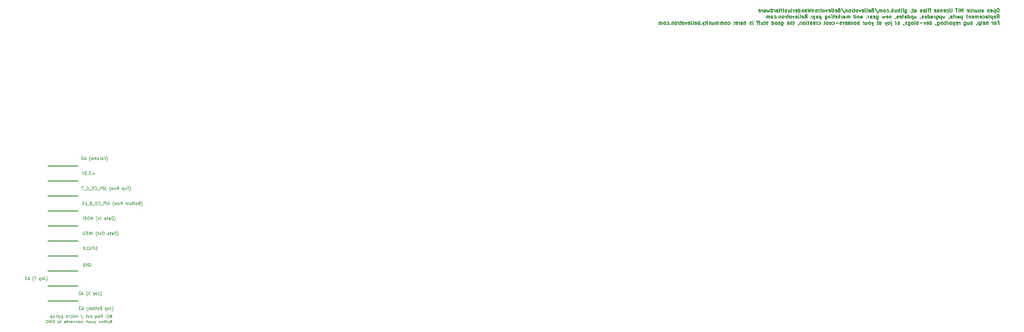
<source format=gbr>
G04 #@! TF.FileFunction,Legend,Bot*
%FSLAX46Y46*%
G04 Gerber Fmt 4.6, Leading zero omitted, Abs format (unit mm)*
G04 Created by KiCad (PCBNEW 4.0.4-stable) date 07/11/17 15:37:42*
%MOMM*%
%LPD*%
G01*
G04 APERTURE LIST*
%ADD10C,0.100000*%
%ADD11C,0.150000*%
%ADD12C,0.200000*%
%ADD13C,0.125000*%
G04 APERTURE END LIST*
D10*
D11*
X167742857Y54503571D02*
X167628571Y54503571D01*
X167571429Y54475000D01*
X167514286Y54417857D01*
X167485714Y54303571D01*
X167485714Y54103571D01*
X167514286Y53989286D01*
X167571429Y53932143D01*
X167628571Y53903571D01*
X167742857Y53903571D01*
X167800000Y53932143D01*
X167857143Y53989286D01*
X167885714Y54103571D01*
X167885714Y54303571D01*
X167857143Y54417857D01*
X167800000Y54475000D01*
X167742857Y54503571D01*
X167228572Y54303571D02*
X167228572Y53703571D01*
X167228572Y54275000D02*
X167171429Y54303571D01*
X167057143Y54303571D01*
X167000000Y54275000D01*
X166971429Y54246429D01*
X166942858Y54189286D01*
X166942858Y54017857D01*
X166971429Y53960714D01*
X167000000Y53932143D01*
X167057143Y53903571D01*
X167171429Y53903571D01*
X167228572Y53932143D01*
X166457143Y53932143D02*
X166514286Y53903571D01*
X166628572Y53903571D01*
X166685715Y53932143D01*
X166714286Y53989286D01*
X166714286Y54217857D01*
X166685715Y54275000D01*
X166628572Y54303571D01*
X166514286Y54303571D01*
X166457143Y54275000D01*
X166428572Y54217857D01*
X166428572Y54160714D01*
X166714286Y54103571D01*
X166171429Y54303571D02*
X166171429Y53903571D01*
X166171429Y54246429D02*
X166142857Y54275000D01*
X166085715Y54303571D01*
X166000000Y54303571D01*
X165942857Y54275000D01*
X165914286Y54217857D01*
X165914286Y53903571D01*
X165200000Y53932143D02*
X165142857Y53903571D01*
X165028572Y53903571D01*
X164971429Y53932143D01*
X164942857Y53989286D01*
X164942857Y54017857D01*
X164971429Y54075000D01*
X165028572Y54103571D01*
X165114286Y54103571D01*
X165171429Y54132143D01*
X165200000Y54189286D01*
X165200000Y54217857D01*
X165171429Y54275000D01*
X165114286Y54303571D01*
X165028572Y54303571D01*
X164971429Y54275000D01*
X164600001Y53903571D02*
X164657143Y53932143D01*
X164685715Y53960714D01*
X164714286Y54017857D01*
X164714286Y54189286D01*
X164685715Y54246429D01*
X164657143Y54275000D01*
X164600001Y54303571D01*
X164514286Y54303571D01*
X164457143Y54275000D01*
X164428572Y54246429D01*
X164400001Y54189286D01*
X164400001Y54017857D01*
X164428572Y53960714D01*
X164457143Y53932143D01*
X164514286Y53903571D01*
X164600001Y53903571D01*
X163885715Y54303571D02*
X163885715Y53903571D01*
X164142858Y54303571D02*
X164142858Y53989286D01*
X164114286Y53932143D01*
X164057144Y53903571D01*
X163971429Y53903571D01*
X163914286Y53932143D01*
X163885715Y53960714D01*
X163600001Y53903571D02*
X163600001Y54303571D01*
X163600001Y54189286D02*
X163571429Y54246429D01*
X163542858Y54275000D01*
X163485715Y54303571D01*
X163428572Y54303571D01*
X162971429Y53932143D02*
X163028572Y53903571D01*
X163142858Y53903571D01*
X163200000Y53932143D01*
X163228572Y53960714D01*
X163257143Y54017857D01*
X163257143Y54189286D01*
X163228572Y54246429D01*
X163200000Y54275000D01*
X163142858Y54303571D01*
X163028572Y54303571D01*
X162971429Y54275000D01*
X162485714Y53932143D02*
X162542857Y53903571D01*
X162657143Y53903571D01*
X162714286Y53932143D01*
X162742857Y53989286D01*
X162742857Y54217857D01*
X162714286Y54275000D01*
X162657143Y54303571D01*
X162542857Y54303571D01*
X162485714Y54275000D01*
X162457143Y54217857D01*
X162457143Y54160714D01*
X162742857Y54103571D01*
X161742857Y53903571D02*
X161742857Y54503571D01*
X161542857Y54075000D01*
X161342857Y54503571D01*
X161342857Y53903571D01*
X161057143Y53903571D02*
X161057143Y54503571D01*
X160857143Y54503571D02*
X160514286Y54503571D01*
X160685715Y53903571D02*
X160685715Y54503571D01*
X159771429Y53903571D02*
X159828571Y53932143D01*
X159857143Y53989286D01*
X159857143Y54503571D01*
X159542857Y53903571D02*
X159542857Y54303571D01*
X159542857Y54503571D02*
X159571428Y54475000D01*
X159542857Y54446429D01*
X159514285Y54475000D01*
X159542857Y54503571D01*
X159542857Y54446429D01*
X159000000Y53932143D02*
X159057143Y53903571D01*
X159171429Y53903571D01*
X159228571Y53932143D01*
X159257143Y53960714D01*
X159285714Y54017857D01*
X159285714Y54189286D01*
X159257143Y54246429D01*
X159228571Y54275000D01*
X159171429Y54303571D01*
X159057143Y54303571D01*
X159000000Y54275000D01*
X158514285Y53932143D02*
X158571428Y53903571D01*
X158685714Y53903571D01*
X158742857Y53932143D01*
X158771428Y53989286D01*
X158771428Y54217857D01*
X158742857Y54275000D01*
X158685714Y54303571D01*
X158571428Y54303571D01*
X158514285Y54275000D01*
X158485714Y54217857D01*
X158485714Y54160714D01*
X158771428Y54103571D01*
X158228571Y54303571D02*
X158228571Y53903571D01*
X158228571Y54246429D02*
X158199999Y54275000D01*
X158142857Y54303571D01*
X158057142Y54303571D01*
X157999999Y54275000D01*
X157971428Y54217857D01*
X157971428Y53903571D01*
X157714285Y53932143D02*
X157657142Y53903571D01*
X157542857Y53903571D01*
X157485714Y53932143D01*
X157457142Y53989286D01*
X157457142Y54017857D01*
X157485714Y54075000D01*
X157542857Y54103571D01*
X157628571Y54103571D01*
X157685714Y54132143D01*
X157714285Y54189286D01*
X157714285Y54217857D01*
X157685714Y54275000D01*
X157628571Y54303571D01*
X157542857Y54303571D01*
X157485714Y54275000D01*
X156971428Y53932143D02*
X157028571Y53903571D01*
X157142857Y53903571D01*
X157200000Y53932143D01*
X157228571Y53989286D01*
X157228571Y54217857D01*
X157200000Y54275000D01*
X157142857Y54303571D01*
X157028571Y54303571D01*
X156971428Y54275000D01*
X156942857Y54217857D01*
X156942857Y54160714D01*
X157228571Y54103571D01*
X156314285Y54303571D02*
X156085714Y54303571D01*
X156228571Y53903571D02*
X156228571Y54417857D01*
X156199999Y54475000D01*
X156142857Y54503571D01*
X156085714Y54503571D01*
X155885714Y53903571D02*
X155885714Y54303571D01*
X155885714Y54503571D02*
X155914285Y54475000D01*
X155885714Y54446429D01*
X155857142Y54475000D01*
X155885714Y54503571D01*
X155885714Y54446429D01*
X155514286Y53903571D02*
X155571428Y53932143D01*
X155600000Y53989286D01*
X155600000Y54503571D01*
X155057142Y53932143D02*
X155114285Y53903571D01*
X155228571Y53903571D01*
X155285714Y53932143D01*
X155314285Y53989286D01*
X155314285Y54217857D01*
X155285714Y54275000D01*
X155228571Y54303571D01*
X155114285Y54303571D01*
X155057142Y54275000D01*
X155028571Y54217857D01*
X155028571Y54160714D01*
X155314285Y54103571D01*
X154799999Y53932143D02*
X154742856Y53903571D01*
X154628571Y53903571D01*
X154571428Y53932143D01*
X154542856Y53989286D01*
X154542856Y54017857D01*
X154571428Y54075000D01*
X154628571Y54103571D01*
X154714285Y54103571D01*
X154771428Y54132143D01*
X154799999Y54189286D01*
X154799999Y54217857D01*
X154771428Y54275000D01*
X154714285Y54303571D01*
X154628571Y54303571D01*
X154571428Y54275000D01*
X153571428Y53903571D02*
X153571428Y54217857D01*
X153599999Y54275000D01*
X153657142Y54303571D01*
X153771428Y54303571D01*
X153828571Y54275000D01*
X153571428Y53932143D02*
X153628571Y53903571D01*
X153771428Y53903571D01*
X153828571Y53932143D01*
X153857142Y53989286D01*
X153857142Y54046429D01*
X153828571Y54103571D01*
X153771428Y54132143D01*
X153628571Y54132143D01*
X153571428Y54160714D01*
X153371428Y54303571D02*
X153142857Y54303571D01*
X153285714Y54503571D02*
X153285714Y53989286D01*
X153257142Y53932143D01*
X153200000Y53903571D01*
X153142857Y53903571D01*
X152942857Y53960714D02*
X152914285Y53932143D01*
X152942857Y53903571D01*
X152971428Y53932143D01*
X152942857Y53960714D01*
X152942857Y53903571D01*
X152942857Y54275000D02*
X152914285Y54246429D01*
X152942857Y54217857D01*
X152971428Y54246429D01*
X152942857Y54275000D01*
X152942857Y54217857D01*
X151942857Y54303571D02*
X151942857Y53817857D01*
X151971428Y53760714D01*
X152000000Y53732143D01*
X152057143Y53703571D01*
X152142857Y53703571D01*
X152200000Y53732143D01*
X151942857Y53932143D02*
X152000000Y53903571D01*
X152114286Y53903571D01*
X152171428Y53932143D01*
X152200000Y53960714D01*
X152228571Y54017857D01*
X152228571Y54189286D01*
X152200000Y54246429D01*
X152171428Y54275000D01*
X152114286Y54303571D01*
X152000000Y54303571D01*
X151942857Y54275000D01*
X151657143Y53903571D02*
X151657143Y54303571D01*
X151657143Y54503571D02*
X151685714Y54475000D01*
X151657143Y54446429D01*
X151628571Y54475000D01*
X151657143Y54503571D01*
X151657143Y54446429D01*
X151457143Y54303571D02*
X151228572Y54303571D01*
X151371429Y54503571D02*
X151371429Y53989286D01*
X151342857Y53932143D01*
X151285715Y53903571D01*
X151228572Y53903571D01*
X151028572Y53903571D02*
X151028572Y54503571D01*
X150771429Y53903571D02*
X150771429Y54217857D01*
X150800000Y54275000D01*
X150857143Y54303571D01*
X150942858Y54303571D01*
X151000000Y54275000D01*
X151028572Y54246429D01*
X150228572Y54303571D02*
X150228572Y53903571D01*
X150485715Y54303571D02*
X150485715Y53989286D01*
X150457143Y53932143D01*
X150400001Y53903571D01*
X150314286Y53903571D01*
X150257143Y53932143D01*
X150228572Y53960714D01*
X149942858Y53903571D02*
X149942858Y54503571D01*
X149942858Y54275000D02*
X149885715Y54303571D01*
X149771429Y54303571D01*
X149714286Y54275000D01*
X149685715Y54246429D01*
X149657144Y54189286D01*
X149657144Y54017857D01*
X149685715Y53960714D01*
X149714286Y53932143D01*
X149771429Y53903571D01*
X149885715Y53903571D01*
X149942858Y53932143D01*
X149400001Y53960714D02*
X149371429Y53932143D01*
X149400001Y53903571D01*
X149428572Y53932143D01*
X149400001Y53960714D01*
X149400001Y53903571D01*
X148857144Y53932143D02*
X148914287Y53903571D01*
X149028573Y53903571D01*
X149085715Y53932143D01*
X149114287Y53960714D01*
X149142858Y54017857D01*
X149142858Y54189286D01*
X149114287Y54246429D01*
X149085715Y54275000D01*
X149028573Y54303571D01*
X148914287Y54303571D01*
X148857144Y54275000D01*
X148514287Y53903571D02*
X148571429Y53932143D01*
X148600001Y53960714D01*
X148628572Y54017857D01*
X148628572Y54189286D01*
X148600001Y54246429D01*
X148571429Y54275000D01*
X148514287Y54303571D01*
X148428572Y54303571D01*
X148371429Y54275000D01*
X148342858Y54246429D01*
X148314287Y54189286D01*
X148314287Y54017857D01*
X148342858Y53960714D01*
X148371429Y53932143D01*
X148428572Y53903571D01*
X148514287Y53903571D01*
X148057144Y53903571D02*
X148057144Y54303571D01*
X148057144Y54246429D02*
X148028572Y54275000D01*
X147971430Y54303571D01*
X147885715Y54303571D01*
X147828572Y54275000D01*
X147800001Y54217857D01*
X147800001Y53903571D01*
X147800001Y54217857D02*
X147771430Y54275000D01*
X147714287Y54303571D01*
X147628572Y54303571D01*
X147571430Y54275000D01*
X147542858Y54217857D01*
X147542858Y53903571D01*
X146828572Y54532143D02*
X147342858Y53760714D01*
X146428573Y54217857D02*
X146342859Y54189286D01*
X146314287Y54160714D01*
X146285716Y54103571D01*
X146285716Y54017857D01*
X146314287Y53960714D01*
X146342859Y53932143D01*
X146400001Y53903571D01*
X146628573Y53903571D01*
X146628573Y54503571D01*
X146428573Y54503571D01*
X146371430Y54475000D01*
X146342859Y54446429D01*
X146314287Y54389286D01*
X146314287Y54332143D01*
X146342859Y54275000D01*
X146371430Y54246429D01*
X146428573Y54217857D01*
X146628573Y54217857D01*
X145800001Y53932143D02*
X145857144Y53903571D01*
X145971430Y53903571D01*
X146028573Y53932143D01*
X146057144Y53989286D01*
X146057144Y54217857D01*
X146028573Y54275000D01*
X145971430Y54303571D01*
X145857144Y54303571D01*
X145800001Y54275000D01*
X145771430Y54217857D01*
X145771430Y54160714D01*
X146057144Y54103571D01*
X145428573Y53903571D02*
X145485715Y53932143D01*
X145514287Y53989286D01*
X145514287Y54503571D01*
X145200001Y53903571D02*
X145200001Y54303571D01*
X145200001Y54503571D02*
X145228572Y54475000D01*
X145200001Y54446429D01*
X145171429Y54475000D01*
X145200001Y54503571D01*
X145200001Y54446429D01*
X144685715Y53932143D02*
X144742858Y53903571D01*
X144857144Y53903571D01*
X144914287Y53932143D01*
X144942858Y53989286D01*
X144942858Y54217857D01*
X144914287Y54275000D01*
X144857144Y54303571D01*
X144742858Y54303571D01*
X144685715Y54275000D01*
X144657144Y54217857D01*
X144657144Y54160714D01*
X144942858Y54103571D01*
X144457144Y54303571D02*
X144314287Y53903571D01*
X144171429Y54303571D01*
X143857144Y53903571D02*
X143914286Y53932143D01*
X143942858Y53960714D01*
X143971429Y54017857D01*
X143971429Y54189286D01*
X143942858Y54246429D01*
X143914286Y54275000D01*
X143857144Y54303571D01*
X143771429Y54303571D01*
X143714286Y54275000D01*
X143685715Y54246429D01*
X143657144Y54189286D01*
X143657144Y54017857D01*
X143685715Y53960714D01*
X143714286Y53932143D01*
X143771429Y53903571D01*
X143857144Y53903571D01*
X143485715Y54303571D02*
X143257144Y54303571D01*
X143400001Y54503571D02*
X143400001Y53989286D01*
X143371429Y53932143D01*
X143314287Y53903571D01*
X143257144Y53903571D01*
X143057144Y53903571D02*
X143057144Y54303571D01*
X143057144Y54189286D02*
X143028572Y54246429D01*
X143000001Y54275000D01*
X142942858Y54303571D01*
X142885715Y54303571D01*
X142600001Y53903571D02*
X142657143Y53932143D01*
X142685715Y53960714D01*
X142714286Y54017857D01*
X142714286Y54189286D01*
X142685715Y54246429D01*
X142657143Y54275000D01*
X142600001Y54303571D01*
X142514286Y54303571D01*
X142457143Y54275000D01*
X142428572Y54246429D01*
X142400001Y54189286D01*
X142400001Y54017857D01*
X142428572Y53960714D01*
X142457143Y53932143D01*
X142514286Y53903571D01*
X142600001Y53903571D01*
X142142858Y54303571D02*
X142142858Y53903571D01*
X142142858Y54246429D02*
X142114286Y54275000D01*
X142057144Y54303571D01*
X141971429Y54303571D01*
X141914286Y54275000D01*
X141885715Y54217857D01*
X141885715Y53903571D01*
X141171429Y54532143D02*
X141685715Y53760714D01*
X140771430Y54217857D02*
X140685716Y54189286D01*
X140657144Y54160714D01*
X140628573Y54103571D01*
X140628573Y54017857D01*
X140657144Y53960714D01*
X140685716Y53932143D01*
X140742858Y53903571D01*
X140971430Y53903571D01*
X140971430Y54503571D01*
X140771430Y54503571D01*
X140714287Y54475000D01*
X140685716Y54446429D01*
X140657144Y54389286D01*
X140657144Y54332143D01*
X140685716Y54275000D01*
X140714287Y54246429D01*
X140771430Y54217857D01*
X140971430Y54217857D01*
X140142858Y53932143D02*
X140200001Y53903571D01*
X140314287Y53903571D01*
X140371430Y53932143D01*
X140400001Y53989286D01*
X140400001Y54217857D01*
X140371430Y54275000D01*
X140314287Y54303571D01*
X140200001Y54303571D01*
X140142858Y54275000D01*
X140114287Y54217857D01*
X140114287Y54160714D01*
X140400001Y54103571D01*
X139771430Y53903571D02*
X139828572Y53932143D01*
X139857144Y53989286D01*
X139857144Y54503571D01*
X139542858Y53903571D02*
X139542858Y54303571D01*
X139542858Y54503571D02*
X139571429Y54475000D01*
X139542858Y54446429D01*
X139514286Y54475000D01*
X139542858Y54503571D01*
X139542858Y54446429D01*
X139028572Y53932143D02*
X139085715Y53903571D01*
X139200001Y53903571D01*
X139257144Y53932143D01*
X139285715Y53989286D01*
X139285715Y54217857D01*
X139257144Y54275000D01*
X139200001Y54303571D01*
X139085715Y54303571D01*
X139028572Y54275000D01*
X139000001Y54217857D01*
X139000001Y54160714D01*
X139285715Y54103571D01*
X138800001Y54303571D02*
X138657144Y53903571D01*
X138514286Y54303571D01*
X138200001Y53903571D02*
X138257143Y53932143D01*
X138285715Y53960714D01*
X138314286Y54017857D01*
X138314286Y54189286D01*
X138285715Y54246429D01*
X138257143Y54275000D01*
X138200001Y54303571D01*
X138114286Y54303571D01*
X138057143Y54275000D01*
X138028572Y54246429D01*
X138000001Y54189286D01*
X138000001Y54017857D01*
X138028572Y53960714D01*
X138057143Y53932143D01*
X138114286Y53903571D01*
X138200001Y53903571D01*
X137828572Y54303571D02*
X137600001Y54303571D01*
X137742858Y54503571D02*
X137742858Y53989286D01*
X137714286Y53932143D01*
X137657144Y53903571D01*
X137600001Y53903571D01*
X137400001Y53903571D02*
X137400001Y54303571D01*
X137400001Y54189286D02*
X137371429Y54246429D01*
X137342858Y54275000D01*
X137285715Y54303571D01*
X137228572Y54303571D01*
X136942858Y53903571D02*
X137000000Y53932143D01*
X137028572Y53960714D01*
X137057143Y54017857D01*
X137057143Y54189286D01*
X137028572Y54246429D01*
X137000000Y54275000D01*
X136942858Y54303571D01*
X136857143Y54303571D01*
X136800000Y54275000D01*
X136771429Y54246429D01*
X136742858Y54189286D01*
X136742858Y54017857D01*
X136771429Y53960714D01*
X136800000Y53932143D01*
X136857143Y53903571D01*
X136942858Y53903571D01*
X136485715Y54303571D02*
X136485715Y53903571D01*
X136485715Y54246429D02*
X136457143Y54275000D01*
X136400001Y54303571D01*
X136314286Y54303571D01*
X136257143Y54275000D01*
X136228572Y54217857D01*
X136228572Y53903571D01*
X136000001Y54503571D02*
X135857144Y53903571D01*
X135742858Y54332143D01*
X135628572Y53903571D01*
X135485715Y54503571D01*
X135000001Y53903571D02*
X135000001Y54217857D01*
X135028572Y54275000D01*
X135085715Y54303571D01*
X135200001Y54303571D01*
X135257144Y54275000D01*
X135000001Y53932143D02*
X135057144Y53903571D01*
X135200001Y53903571D01*
X135257144Y53932143D01*
X135285715Y53989286D01*
X135285715Y54046429D01*
X135257144Y54103571D01*
X135200001Y54132143D01*
X135057144Y54132143D01*
X135000001Y54160714D01*
X134714287Y54303571D02*
X134714287Y53903571D01*
X134714287Y54246429D02*
X134685715Y54275000D01*
X134628573Y54303571D01*
X134542858Y54303571D01*
X134485715Y54275000D01*
X134457144Y54217857D01*
X134457144Y53903571D01*
X133914287Y53903571D02*
X133914287Y54503571D01*
X133914287Y53932143D02*
X133971430Y53903571D01*
X134085716Y53903571D01*
X134142858Y53932143D01*
X134171430Y53960714D01*
X134200001Y54017857D01*
X134200001Y54189286D01*
X134171430Y54246429D01*
X134142858Y54275000D01*
X134085716Y54303571D01*
X133971430Y54303571D01*
X133914287Y54275000D01*
X133400001Y53932143D02*
X133457144Y53903571D01*
X133571430Y53903571D01*
X133628573Y53932143D01*
X133657144Y53989286D01*
X133657144Y54217857D01*
X133628573Y54275000D01*
X133571430Y54303571D01*
X133457144Y54303571D01*
X133400001Y54275000D01*
X133371430Y54217857D01*
X133371430Y54160714D01*
X133657144Y54103571D01*
X133114287Y53903571D02*
X133114287Y54303571D01*
X133114287Y54189286D02*
X133085715Y54246429D01*
X133057144Y54275000D01*
X133000001Y54303571D01*
X132942858Y54303571D01*
X132657144Y53903571D02*
X132714286Y53932143D01*
X132742858Y53989286D01*
X132742858Y54503571D01*
X132171429Y54303571D02*
X132171429Y53903571D01*
X132428572Y54303571D02*
X132428572Y53989286D01*
X132400000Y53932143D01*
X132342858Y53903571D01*
X132257143Y53903571D01*
X132200000Y53932143D01*
X132171429Y53960714D01*
X131914286Y53932143D02*
X131857143Y53903571D01*
X131742858Y53903571D01*
X131685715Y53932143D01*
X131657143Y53989286D01*
X131657143Y54017857D01*
X131685715Y54075000D01*
X131742858Y54103571D01*
X131828572Y54103571D01*
X131885715Y54132143D01*
X131914286Y54189286D01*
X131914286Y54217857D01*
X131885715Y54275000D01*
X131828572Y54303571D01*
X131742858Y54303571D01*
X131685715Y54275000D01*
X131485715Y54303571D02*
X131257144Y54303571D01*
X131400001Y54503571D02*
X131400001Y53989286D01*
X131371429Y53932143D01*
X131314287Y53903571D01*
X131257144Y53903571D01*
X131057144Y53903571D02*
X131057144Y54503571D01*
X131057144Y54217857D02*
X130714287Y54217857D01*
X130714287Y53903571D02*
X130714287Y54503571D01*
X130171430Y53903571D02*
X130171430Y54217857D01*
X130200001Y54275000D01*
X130257144Y54303571D01*
X130371430Y54303571D01*
X130428573Y54275000D01*
X130171430Y53932143D02*
X130228573Y53903571D01*
X130371430Y53903571D01*
X130428573Y53932143D01*
X130457144Y53989286D01*
X130457144Y54046429D01*
X130428573Y54103571D01*
X130371430Y54132143D01*
X130228573Y54132143D01*
X130171430Y54160714D01*
X129885716Y53903571D02*
X129885716Y54303571D01*
X129885716Y54189286D02*
X129857144Y54246429D01*
X129828573Y54275000D01*
X129771430Y54303571D01*
X129714287Y54303571D01*
X129257144Y53903571D02*
X129257144Y54503571D01*
X129257144Y53932143D02*
X129314287Y53903571D01*
X129428573Y53903571D01*
X129485715Y53932143D01*
X129514287Y53960714D01*
X129542858Y54017857D01*
X129542858Y54189286D01*
X129514287Y54246429D01*
X129485715Y54275000D01*
X129428573Y54303571D01*
X129314287Y54303571D01*
X129257144Y54275000D01*
X129028573Y54303571D02*
X128914287Y53903571D01*
X128800001Y54189286D01*
X128685716Y53903571D01*
X128571430Y54303571D01*
X128085716Y53903571D02*
X128085716Y54217857D01*
X128114287Y54275000D01*
X128171430Y54303571D01*
X128285716Y54303571D01*
X128342859Y54275000D01*
X128085716Y53932143D02*
X128142859Y53903571D01*
X128285716Y53903571D01*
X128342859Y53932143D01*
X128371430Y53989286D01*
X128371430Y54046429D01*
X128342859Y54103571D01*
X128285716Y54132143D01*
X128142859Y54132143D01*
X128085716Y54160714D01*
X127800002Y53903571D02*
X127800002Y54303571D01*
X127800002Y54189286D02*
X127771430Y54246429D01*
X127742859Y54275000D01*
X127685716Y54303571D01*
X127628573Y54303571D01*
X127200001Y53932143D02*
X127257144Y53903571D01*
X127371430Y53903571D01*
X127428573Y53932143D01*
X127457144Y53989286D01*
X127457144Y54217857D01*
X127428573Y54275000D01*
X127371430Y54303571D01*
X127257144Y54303571D01*
X127200001Y54275000D01*
X127171430Y54217857D01*
X127171430Y54160714D01*
X127457144Y54103571D01*
X167514286Y52853571D02*
X167714286Y53139286D01*
X167857143Y52853571D02*
X167857143Y53453571D01*
X167628571Y53453571D01*
X167571429Y53425000D01*
X167542857Y53396429D01*
X167514286Y53339286D01*
X167514286Y53253571D01*
X167542857Y53196429D01*
X167571429Y53167857D01*
X167628571Y53139286D01*
X167857143Y53139286D01*
X167028571Y52882143D02*
X167085714Y52853571D01*
X167200000Y52853571D01*
X167257143Y52882143D01*
X167285714Y52939286D01*
X167285714Y53167857D01*
X167257143Y53225000D01*
X167200000Y53253571D01*
X167085714Y53253571D01*
X167028571Y53225000D01*
X167000000Y53167857D01*
X167000000Y53110714D01*
X167285714Y53053571D01*
X166742857Y53253571D02*
X166742857Y52653571D01*
X166742857Y53225000D02*
X166685714Y53253571D01*
X166571428Y53253571D01*
X166514285Y53225000D01*
X166485714Y53196429D01*
X166457143Y53139286D01*
X166457143Y52967857D01*
X166485714Y52910714D01*
X166514285Y52882143D01*
X166571428Y52853571D01*
X166685714Y52853571D01*
X166742857Y52882143D01*
X166114286Y52853571D02*
X166171428Y52882143D01*
X166200000Y52939286D01*
X166200000Y53453571D01*
X165628571Y52853571D02*
X165628571Y53167857D01*
X165657142Y53225000D01*
X165714285Y53253571D01*
X165828571Y53253571D01*
X165885714Y53225000D01*
X165628571Y52882143D02*
X165685714Y52853571D01*
X165828571Y52853571D01*
X165885714Y52882143D01*
X165914285Y52939286D01*
X165914285Y52996429D01*
X165885714Y53053571D01*
X165828571Y53082143D01*
X165685714Y53082143D01*
X165628571Y53110714D01*
X165085714Y52882143D02*
X165142857Y52853571D01*
X165257143Y52853571D01*
X165314285Y52882143D01*
X165342857Y52910714D01*
X165371428Y52967857D01*
X165371428Y53139286D01*
X165342857Y53196429D01*
X165314285Y53225000D01*
X165257143Y53253571D01*
X165142857Y53253571D01*
X165085714Y53225000D01*
X164599999Y52882143D02*
X164657142Y52853571D01*
X164771428Y52853571D01*
X164828571Y52882143D01*
X164857142Y52939286D01*
X164857142Y53167857D01*
X164828571Y53225000D01*
X164771428Y53253571D01*
X164657142Y53253571D01*
X164599999Y53225000D01*
X164571428Y53167857D01*
X164571428Y53110714D01*
X164857142Y53053571D01*
X164314285Y52853571D02*
X164314285Y53253571D01*
X164314285Y53196429D02*
X164285713Y53225000D01*
X164228571Y53253571D01*
X164142856Y53253571D01*
X164085713Y53225000D01*
X164057142Y53167857D01*
X164057142Y52853571D01*
X164057142Y53167857D02*
X164028571Y53225000D01*
X163971428Y53253571D01*
X163885713Y53253571D01*
X163828571Y53225000D01*
X163799999Y53167857D01*
X163799999Y52853571D01*
X163285713Y52882143D02*
X163342856Y52853571D01*
X163457142Y52853571D01*
X163514285Y52882143D01*
X163542856Y52939286D01*
X163542856Y53167857D01*
X163514285Y53225000D01*
X163457142Y53253571D01*
X163342856Y53253571D01*
X163285713Y53225000D01*
X163257142Y53167857D01*
X163257142Y53110714D01*
X163542856Y53053571D01*
X162999999Y53253571D02*
X162999999Y52853571D01*
X162999999Y53196429D02*
X162971427Y53225000D01*
X162914285Y53253571D01*
X162828570Y53253571D01*
X162771427Y53225000D01*
X162742856Y53167857D01*
X162742856Y52853571D01*
X162542856Y53253571D02*
X162314285Y53253571D01*
X162457142Y53453571D02*
X162457142Y52939286D01*
X162428570Y52882143D01*
X162371428Y52853571D01*
X162314285Y52853571D01*
X161657142Y53253571D02*
X161657142Y52653571D01*
X161657142Y53225000D02*
X161599999Y53253571D01*
X161485713Y53253571D01*
X161428570Y53225000D01*
X161399999Y53196429D01*
X161371428Y53139286D01*
X161371428Y52967857D01*
X161399999Y52910714D01*
X161428570Y52882143D01*
X161485713Y52853571D01*
X161599999Y52853571D01*
X161657142Y52882143D01*
X160857142Y52853571D02*
X160857142Y53167857D01*
X160885713Y53225000D01*
X160942856Y53253571D01*
X161057142Y53253571D01*
X161114285Y53225000D01*
X160857142Y52882143D02*
X160914285Y52853571D01*
X161057142Y52853571D01*
X161114285Y52882143D01*
X161142856Y52939286D01*
X161142856Y52996429D01*
X161114285Y53053571D01*
X161057142Y53082143D01*
X160914285Y53082143D01*
X160857142Y53110714D01*
X160571428Y52853571D02*
X160571428Y53253571D01*
X160571428Y53139286D02*
X160542856Y53196429D01*
X160514285Y53225000D01*
X160457142Y53253571D01*
X160399999Y53253571D01*
X160285713Y53253571D02*
X160057142Y53253571D01*
X160199999Y53453571D02*
X160199999Y52939286D01*
X160171427Y52882143D01*
X160114285Y52853571D01*
X160057142Y52853571D01*
X159885713Y52882143D02*
X159828570Y52853571D01*
X159714285Y52853571D01*
X159657142Y52882143D01*
X159628570Y52939286D01*
X159628570Y52967857D01*
X159657142Y53025000D01*
X159714285Y53053571D01*
X159799999Y53053571D01*
X159857142Y53082143D01*
X159885713Y53139286D01*
X159885713Y53167857D01*
X159857142Y53225000D01*
X159799999Y53253571D01*
X159714285Y53253571D01*
X159657142Y53225000D01*
X159342856Y52882143D02*
X159342856Y52853571D01*
X159371428Y52796429D01*
X159399999Y52767857D01*
X158371428Y53253571D02*
X158371428Y52853571D01*
X158628571Y53253571D02*
X158628571Y52939286D01*
X158599999Y52882143D01*
X158542857Y52853571D01*
X158457142Y52853571D01*
X158399999Y52882143D01*
X158371428Y52910714D01*
X158085714Y53253571D02*
X158085714Y52653571D01*
X158085714Y53225000D02*
X158028571Y53253571D01*
X157914285Y53253571D01*
X157857142Y53225000D01*
X157828571Y53196429D01*
X157800000Y53139286D01*
X157800000Y52967857D01*
X157828571Y52910714D01*
X157857142Y52882143D01*
X157914285Y52853571D01*
X158028571Y52853571D01*
X158085714Y52882143D01*
X157285714Y53253571D02*
X157285714Y52767857D01*
X157314285Y52710714D01*
X157342857Y52682143D01*
X157400000Y52653571D01*
X157485714Y52653571D01*
X157542857Y52682143D01*
X157285714Y52882143D02*
X157342857Y52853571D01*
X157457143Y52853571D01*
X157514285Y52882143D01*
X157542857Y52910714D01*
X157571428Y52967857D01*
X157571428Y53139286D01*
X157542857Y53196429D01*
X157514285Y53225000D01*
X157457143Y53253571D01*
X157342857Y53253571D01*
X157285714Y53225000D01*
X157000000Y52853571D02*
X157000000Y53253571D01*
X157000000Y53139286D02*
X156971428Y53196429D01*
X156942857Y53225000D01*
X156885714Y53253571D01*
X156828571Y53253571D01*
X156371428Y52853571D02*
X156371428Y53167857D01*
X156399999Y53225000D01*
X156457142Y53253571D01*
X156571428Y53253571D01*
X156628571Y53225000D01*
X156371428Y52882143D02*
X156428571Y52853571D01*
X156571428Y52853571D01*
X156628571Y52882143D01*
X156657142Y52939286D01*
X156657142Y52996429D01*
X156628571Y53053571D01*
X156571428Y53082143D01*
X156428571Y53082143D01*
X156371428Y53110714D01*
X155828571Y52853571D02*
X155828571Y53453571D01*
X155828571Y52882143D02*
X155885714Y52853571D01*
X156000000Y52853571D01*
X156057142Y52882143D01*
X156085714Y52910714D01*
X156114285Y52967857D01*
X156114285Y53139286D01*
X156085714Y53196429D01*
X156057142Y53225000D01*
X156000000Y53253571D01*
X155885714Y53253571D01*
X155828571Y53225000D01*
X155314285Y52882143D02*
X155371428Y52853571D01*
X155485714Y52853571D01*
X155542857Y52882143D01*
X155571428Y52939286D01*
X155571428Y53167857D01*
X155542857Y53225000D01*
X155485714Y53253571D01*
X155371428Y53253571D01*
X155314285Y53225000D01*
X155285714Y53167857D01*
X155285714Y53110714D01*
X155571428Y53053571D01*
X155057142Y52882143D02*
X154999999Y52853571D01*
X154885714Y52853571D01*
X154828571Y52882143D01*
X154799999Y52939286D01*
X154799999Y52967857D01*
X154828571Y53025000D01*
X154885714Y53053571D01*
X154971428Y53053571D01*
X155028571Y53082143D01*
X155057142Y53139286D01*
X155057142Y53167857D01*
X155028571Y53225000D01*
X154971428Y53253571D01*
X154885714Y53253571D01*
X154828571Y53225000D01*
X154514285Y52882143D02*
X154514285Y52853571D01*
X154542857Y52796429D01*
X154571428Y52767857D01*
X153542857Y53253571D02*
X153542857Y52853571D01*
X153800000Y53253571D02*
X153800000Y52939286D01*
X153771428Y52882143D01*
X153714286Y52853571D01*
X153628571Y52853571D01*
X153571428Y52882143D01*
X153542857Y52910714D01*
X153257143Y53253571D02*
X153257143Y52653571D01*
X153257143Y53225000D02*
X153200000Y53253571D01*
X153085714Y53253571D01*
X153028571Y53225000D01*
X153000000Y53196429D01*
X152971429Y53139286D01*
X152971429Y52967857D01*
X153000000Y52910714D01*
X153028571Y52882143D01*
X153085714Y52853571D01*
X153200000Y52853571D01*
X153257143Y52882143D01*
X152457143Y52853571D02*
X152457143Y53453571D01*
X152457143Y52882143D02*
X152514286Y52853571D01*
X152628572Y52853571D01*
X152685714Y52882143D01*
X152714286Y52910714D01*
X152742857Y52967857D01*
X152742857Y53139286D01*
X152714286Y53196429D01*
X152685714Y53225000D01*
X152628572Y53253571D01*
X152514286Y53253571D01*
X152457143Y53225000D01*
X151914286Y52853571D02*
X151914286Y53167857D01*
X151942857Y53225000D01*
X152000000Y53253571D01*
X152114286Y53253571D01*
X152171429Y53225000D01*
X151914286Y52882143D02*
X151971429Y52853571D01*
X152114286Y52853571D01*
X152171429Y52882143D01*
X152200000Y52939286D01*
X152200000Y52996429D01*
X152171429Y53053571D01*
X152114286Y53082143D01*
X151971429Y53082143D01*
X151914286Y53110714D01*
X151714286Y53253571D02*
X151485715Y53253571D01*
X151628572Y53453571D02*
X151628572Y52939286D01*
X151600000Y52882143D01*
X151542858Y52853571D01*
X151485715Y52853571D01*
X151057143Y52882143D02*
X151114286Y52853571D01*
X151228572Y52853571D01*
X151285715Y52882143D01*
X151314286Y52939286D01*
X151314286Y53167857D01*
X151285715Y53225000D01*
X151228572Y53253571D01*
X151114286Y53253571D01*
X151057143Y53225000D01*
X151028572Y53167857D01*
X151028572Y53110714D01*
X151314286Y53053571D01*
X150800000Y52882143D02*
X150742857Y52853571D01*
X150628572Y52853571D01*
X150571429Y52882143D01*
X150542857Y52939286D01*
X150542857Y52967857D01*
X150571429Y53025000D01*
X150628572Y53053571D01*
X150714286Y53053571D01*
X150771429Y53082143D01*
X150800000Y53139286D01*
X150800000Y53167857D01*
X150771429Y53225000D01*
X150714286Y53253571D01*
X150628572Y53253571D01*
X150571429Y53225000D01*
X150257143Y52882143D02*
X150257143Y52853571D01*
X150285715Y52796429D01*
X150314286Y52767857D01*
X149542858Y53253571D02*
X149542858Y52853571D01*
X149542858Y53196429D02*
X149514286Y53225000D01*
X149457144Y53253571D01*
X149371429Y53253571D01*
X149314286Y53225000D01*
X149285715Y53167857D01*
X149285715Y52853571D01*
X148771429Y52882143D02*
X148828572Y52853571D01*
X148942858Y52853571D01*
X149000001Y52882143D01*
X149028572Y52939286D01*
X149028572Y53167857D01*
X149000001Y53225000D01*
X148942858Y53253571D01*
X148828572Y53253571D01*
X148771429Y53225000D01*
X148742858Y53167857D01*
X148742858Y53110714D01*
X149028572Y53053571D01*
X148542858Y53253571D02*
X148428572Y52853571D01*
X148314286Y53139286D01*
X148200001Y52853571D01*
X148085715Y53253571D01*
X147142858Y53253571D02*
X147142858Y52767857D01*
X147171429Y52710714D01*
X147200001Y52682143D01*
X147257144Y52653571D01*
X147342858Y52653571D01*
X147400001Y52682143D01*
X147142858Y52882143D02*
X147200001Y52853571D01*
X147314287Y52853571D01*
X147371429Y52882143D01*
X147400001Y52910714D01*
X147428572Y52967857D01*
X147428572Y53139286D01*
X147400001Y53196429D01*
X147371429Y53225000D01*
X147314287Y53253571D01*
X147200001Y53253571D01*
X147142858Y53225000D01*
X146628572Y52882143D02*
X146685715Y52853571D01*
X146800001Y52853571D01*
X146857144Y52882143D01*
X146885715Y52939286D01*
X146885715Y53167857D01*
X146857144Y53225000D01*
X146800001Y53253571D01*
X146685715Y53253571D01*
X146628572Y53225000D01*
X146600001Y53167857D01*
X146600001Y53110714D01*
X146885715Y53053571D01*
X146085715Y52853571D02*
X146085715Y53167857D01*
X146114286Y53225000D01*
X146171429Y53253571D01*
X146285715Y53253571D01*
X146342858Y53225000D01*
X146085715Y52882143D02*
X146142858Y52853571D01*
X146285715Y52853571D01*
X146342858Y52882143D01*
X146371429Y52939286D01*
X146371429Y52996429D01*
X146342858Y53053571D01*
X146285715Y53082143D01*
X146142858Y53082143D01*
X146085715Y53110714D01*
X145800001Y52853571D02*
X145800001Y53253571D01*
X145800001Y53139286D02*
X145771429Y53196429D01*
X145742858Y53225000D01*
X145685715Y53253571D01*
X145628572Y53253571D01*
X145400000Y52882143D02*
X145400000Y52853571D01*
X145428572Y52796429D01*
X145457143Y52767857D01*
X144428572Y52853571D02*
X144428572Y53167857D01*
X144457143Y53225000D01*
X144514286Y53253571D01*
X144628572Y53253571D01*
X144685715Y53225000D01*
X144428572Y52882143D02*
X144485715Y52853571D01*
X144628572Y52853571D01*
X144685715Y52882143D01*
X144714286Y52939286D01*
X144714286Y52996429D01*
X144685715Y53053571D01*
X144628572Y53082143D01*
X144485715Y53082143D01*
X144428572Y53110714D01*
X144142858Y53253571D02*
X144142858Y52853571D01*
X144142858Y53196429D02*
X144114286Y53225000D01*
X144057144Y53253571D01*
X143971429Y53253571D01*
X143914286Y53225000D01*
X143885715Y53167857D01*
X143885715Y52853571D01*
X143342858Y52853571D02*
X143342858Y53453571D01*
X143342858Y52882143D02*
X143400001Y52853571D01*
X143514287Y52853571D01*
X143571429Y52882143D01*
X143600001Y52910714D01*
X143628572Y52967857D01*
X143628572Y53139286D01*
X143600001Y53196429D01*
X143571429Y53225000D01*
X143514287Y53253571D01*
X143400001Y53253571D01*
X143342858Y53225000D01*
X142600001Y52853571D02*
X142600001Y53253571D01*
X142600001Y53196429D02*
X142571429Y53225000D01*
X142514287Y53253571D01*
X142428572Y53253571D01*
X142371429Y53225000D01*
X142342858Y53167857D01*
X142342858Y52853571D01*
X142342858Y53167857D02*
X142314287Y53225000D01*
X142257144Y53253571D01*
X142171429Y53253571D01*
X142114287Y53225000D01*
X142085715Y53167857D01*
X142085715Y52853571D01*
X141542858Y52853571D02*
X141542858Y53167857D01*
X141571429Y53225000D01*
X141628572Y53253571D01*
X141742858Y53253571D01*
X141800001Y53225000D01*
X141542858Y52882143D02*
X141600001Y52853571D01*
X141742858Y52853571D01*
X141800001Y52882143D01*
X141828572Y52939286D01*
X141828572Y52996429D01*
X141800001Y53053571D01*
X141742858Y53082143D01*
X141600001Y53082143D01*
X141542858Y53110714D01*
X141257144Y52853571D02*
X141257144Y53253571D01*
X141257144Y53139286D02*
X141228572Y53196429D01*
X141200001Y53225000D01*
X141142858Y53253571D01*
X141085715Y53253571D01*
X140885715Y52853571D02*
X140885715Y53453571D01*
X140828572Y53082143D02*
X140657143Y52853571D01*
X140657143Y53253571D02*
X140885715Y53025000D01*
X140171429Y52882143D02*
X140228572Y52853571D01*
X140342858Y52853571D01*
X140400001Y52882143D01*
X140428572Y52939286D01*
X140428572Y53167857D01*
X140400001Y53225000D01*
X140342858Y53253571D01*
X140228572Y53253571D01*
X140171429Y53225000D01*
X140142858Y53167857D01*
X140142858Y53110714D01*
X140428572Y53053571D01*
X139971429Y53253571D02*
X139742858Y53253571D01*
X139885715Y53453571D02*
X139885715Y52939286D01*
X139857143Y52882143D01*
X139800001Y52853571D01*
X139742858Y52853571D01*
X139542858Y52853571D02*
X139542858Y53253571D01*
X139542858Y53453571D02*
X139571429Y53425000D01*
X139542858Y53396429D01*
X139514286Y53425000D01*
X139542858Y53453571D01*
X139542858Y53396429D01*
X139257144Y53253571D02*
X139257144Y52853571D01*
X139257144Y53196429D02*
X139228572Y53225000D01*
X139171430Y53253571D01*
X139085715Y53253571D01*
X139028572Y53225000D01*
X139000001Y53167857D01*
X139000001Y52853571D01*
X138457144Y53253571D02*
X138457144Y52767857D01*
X138485715Y52710714D01*
X138514287Y52682143D01*
X138571430Y52653571D01*
X138657144Y52653571D01*
X138714287Y52682143D01*
X138457144Y52882143D02*
X138514287Y52853571D01*
X138628573Y52853571D01*
X138685715Y52882143D01*
X138714287Y52910714D01*
X138742858Y52967857D01*
X138742858Y53139286D01*
X138714287Y53196429D01*
X138685715Y53225000D01*
X138628573Y53253571D01*
X138514287Y53253571D01*
X138457144Y53225000D01*
X137714287Y53253571D02*
X137714287Y52653571D01*
X137714287Y53225000D02*
X137657144Y53253571D01*
X137542858Y53253571D01*
X137485715Y53225000D01*
X137457144Y53196429D01*
X137428573Y53139286D01*
X137428573Y52967857D01*
X137457144Y52910714D01*
X137485715Y52882143D01*
X137542858Y52853571D01*
X137657144Y52853571D01*
X137714287Y52882143D01*
X136914287Y52853571D02*
X136914287Y53167857D01*
X136942858Y53225000D01*
X137000001Y53253571D01*
X137114287Y53253571D01*
X137171430Y53225000D01*
X136914287Y52882143D02*
X136971430Y52853571D01*
X137114287Y52853571D01*
X137171430Y52882143D01*
X137200001Y52939286D01*
X137200001Y52996429D01*
X137171430Y53053571D01*
X137114287Y53082143D01*
X136971430Y53082143D01*
X136914287Y53110714D01*
X136628573Y53253571D02*
X136628573Y52653571D01*
X136628573Y53225000D02*
X136571430Y53253571D01*
X136457144Y53253571D01*
X136400001Y53225000D01*
X136371430Y53196429D01*
X136342859Y53139286D01*
X136342859Y52967857D01*
X136371430Y52910714D01*
X136400001Y52882143D01*
X136457144Y52853571D01*
X136571430Y52853571D01*
X136628573Y52882143D01*
X136085716Y52910714D02*
X136057144Y52882143D01*
X136085716Y52853571D01*
X136114287Y52882143D01*
X136085716Y52910714D01*
X136085716Y52853571D01*
X136085716Y53225000D02*
X136057144Y53196429D01*
X136085716Y53167857D01*
X136114287Y53196429D01*
X136085716Y53225000D01*
X136085716Y53167857D01*
X135142859Y53167857D02*
X135057145Y53139286D01*
X135028573Y53110714D01*
X135000002Y53053571D01*
X135000002Y52967857D01*
X135028573Y52910714D01*
X135057145Y52882143D01*
X135114287Y52853571D01*
X135342859Y52853571D01*
X135342859Y53453571D01*
X135142859Y53453571D01*
X135085716Y53425000D01*
X135057145Y53396429D01*
X135028573Y53339286D01*
X135028573Y53282143D01*
X135057145Y53225000D01*
X135085716Y53196429D01*
X135142859Y53167857D01*
X135342859Y53167857D01*
X134514287Y52882143D02*
X134571430Y52853571D01*
X134685716Y52853571D01*
X134742859Y52882143D01*
X134771430Y52939286D01*
X134771430Y53167857D01*
X134742859Y53225000D01*
X134685716Y53253571D01*
X134571430Y53253571D01*
X134514287Y53225000D01*
X134485716Y53167857D01*
X134485716Y53110714D01*
X134771430Y53053571D01*
X134142859Y52853571D02*
X134200001Y52882143D01*
X134228573Y52939286D01*
X134228573Y53453571D01*
X133914287Y52853571D02*
X133914287Y53253571D01*
X133914287Y53453571D02*
X133942858Y53425000D01*
X133914287Y53396429D01*
X133885715Y53425000D01*
X133914287Y53453571D01*
X133914287Y53396429D01*
X133400001Y52882143D02*
X133457144Y52853571D01*
X133571430Y52853571D01*
X133628573Y52882143D01*
X133657144Y52939286D01*
X133657144Y53167857D01*
X133628573Y53225000D01*
X133571430Y53253571D01*
X133457144Y53253571D01*
X133400001Y53225000D01*
X133371430Y53167857D01*
X133371430Y53110714D01*
X133657144Y53053571D01*
X133171430Y53253571D02*
X133028573Y52853571D01*
X132885715Y53253571D01*
X132571430Y52853571D02*
X132628572Y52882143D01*
X132657144Y52910714D01*
X132685715Y52967857D01*
X132685715Y53139286D01*
X132657144Y53196429D01*
X132628572Y53225000D01*
X132571430Y53253571D01*
X132485715Y53253571D01*
X132428572Y53225000D01*
X132400001Y53196429D01*
X132371430Y53139286D01*
X132371430Y52967857D01*
X132400001Y52910714D01*
X132428572Y52882143D01*
X132485715Y52853571D01*
X132571430Y52853571D01*
X132200001Y53253571D02*
X131971430Y53253571D01*
X132114287Y53453571D02*
X132114287Y52939286D01*
X132085715Y52882143D01*
X132028573Y52853571D01*
X131971430Y52853571D01*
X131771430Y52853571D02*
X131771430Y53253571D01*
X131771430Y53139286D02*
X131742858Y53196429D01*
X131714287Y53225000D01*
X131657144Y53253571D01*
X131600001Y53253571D01*
X131314287Y52853571D02*
X131371429Y52882143D01*
X131400001Y52910714D01*
X131428572Y52967857D01*
X131428572Y53139286D01*
X131400001Y53196429D01*
X131371429Y53225000D01*
X131314287Y53253571D01*
X131228572Y53253571D01*
X131171429Y53225000D01*
X131142858Y53196429D01*
X131114287Y53139286D01*
X131114287Y52967857D01*
X131142858Y52910714D01*
X131171429Y52882143D01*
X131228572Y52853571D01*
X131314287Y52853571D01*
X130857144Y53253571D02*
X130857144Y52853571D01*
X130857144Y53196429D02*
X130828572Y53225000D01*
X130771430Y53253571D01*
X130685715Y53253571D01*
X130628572Y53225000D01*
X130600001Y53167857D01*
X130600001Y52853571D01*
X130314287Y52910714D02*
X130285715Y52882143D01*
X130314287Y52853571D01*
X130342858Y52882143D01*
X130314287Y52910714D01*
X130314287Y52853571D01*
X129771430Y52882143D02*
X129828573Y52853571D01*
X129942859Y52853571D01*
X130000001Y52882143D01*
X130028573Y52910714D01*
X130057144Y52967857D01*
X130057144Y53139286D01*
X130028573Y53196429D01*
X130000001Y53225000D01*
X129942859Y53253571D01*
X129828573Y53253571D01*
X129771430Y53225000D01*
X129428573Y52853571D02*
X129485715Y52882143D01*
X129514287Y52910714D01*
X129542858Y52967857D01*
X129542858Y53139286D01*
X129514287Y53196429D01*
X129485715Y53225000D01*
X129428573Y53253571D01*
X129342858Y53253571D01*
X129285715Y53225000D01*
X129257144Y53196429D01*
X129228573Y53139286D01*
X129228573Y52967857D01*
X129257144Y52910714D01*
X129285715Y52882143D01*
X129342858Y52853571D01*
X129428573Y52853571D01*
X128971430Y52853571D02*
X128971430Y53253571D01*
X128971430Y53196429D02*
X128942858Y53225000D01*
X128885716Y53253571D01*
X128800001Y53253571D01*
X128742858Y53225000D01*
X128714287Y53167857D01*
X128714287Y52853571D01*
X128714287Y53167857D02*
X128685716Y53225000D01*
X128628573Y53253571D01*
X128542858Y53253571D01*
X128485716Y53225000D01*
X128457144Y53167857D01*
X128457144Y52853571D01*
X167657143Y52117857D02*
X167857143Y52117857D01*
X167857143Y51803571D02*
X167857143Y52403571D01*
X167571429Y52403571D01*
X167257143Y51803571D02*
X167314285Y51832143D01*
X167342857Y51860714D01*
X167371428Y51917857D01*
X167371428Y52089286D01*
X167342857Y52146429D01*
X167314285Y52175000D01*
X167257143Y52203571D01*
X167171428Y52203571D01*
X167114285Y52175000D01*
X167085714Y52146429D01*
X167057143Y52089286D01*
X167057143Y51917857D01*
X167085714Y51860714D01*
X167114285Y51832143D01*
X167171428Y51803571D01*
X167257143Y51803571D01*
X166800000Y51803571D02*
X166800000Y52203571D01*
X166800000Y52089286D02*
X166771428Y52146429D01*
X166742857Y52175000D01*
X166685714Y52203571D01*
X166628571Y52203571D01*
X165971428Y51803571D02*
X165971428Y52403571D01*
X165714285Y51803571D02*
X165714285Y52117857D01*
X165742856Y52175000D01*
X165799999Y52203571D01*
X165885714Y52203571D01*
X165942856Y52175000D01*
X165971428Y52146429D01*
X165199999Y51832143D02*
X165257142Y51803571D01*
X165371428Y51803571D01*
X165428571Y51832143D01*
X165457142Y51889286D01*
X165457142Y52117857D01*
X165428571Y52175000D01*
X165371428Y52203571D01*
X165257142Y52203571D01*
X165199999Y52175000D01*
X165171428Y52117857D01*
X165171428Y52060714D01*
X165457142Y52003571D01*
X164828571Y51803571D02*
X164885713Y51832143D01*
X164914285Y51889286D01*
X164914285Y52403571D01*
X164599999Y52203571D02*
X164599999Y51603571D01*
X164599999Y52175000D02*
X164542856Y52203571D01*
X164428570Y52203571D01*
X164371427Y52175000D01*
X164342856Y52146429D01*
X164314285Y52089286D01*
X164314285Y51917857D01*
X164342856Y51860714D01*
X164371427Y51832143D01*
X164428570Y51803571D01*
X164542856Y51803571D01*
X164599999Y51832143D01*
X164028570Y51832143D02*
X164028570Y51803571D01*
X164057142Y51746429D01*
X164085713Y51717857D01*
X163314285Y51803571D02*
X163314285Y52403571D01*
X163314285Y52175000D02*
X163257142Y52203571D01*
X163142856Y52203571D01*
X163085713Y52175000D01*
X163057142Y52146429D01*
X163028571Y52089286D01*
X163028571Y51917857D01*
X163057142Y51860714D01*
X163085713Y51832143D01*
X163142856Y51803571D01*
X163257142Y51803571D01*
X163314285Y51832143D01*
X162514285Y52203571D02*
X162514285Y51803571D01*
X162771428Y52203571D02*
X162771428Y51889286D01*
X162742856Y51832143D01*
X162685714Y51803571D01*
X162599999Y51803571D01*
X162542856Y51832143D01*
X162514285Y51860714D01*
X161971428Y52203571D02*
X161971428Y51717857D01*
X161999999Y51660714D01*
X162028571Y51632143D01*
X162085714Y51603571D01*
X162171428Y51603571D01*
X162228571Y51632143D01*
X161971428Y51832143D02*
X162028571Y51803571D01*
X162142857Y51803571D01*
X162199999Y51832143D01*
X162228571Y51860714D01*
X162257142Y51917857D01*
X162257142Y52089286D01*
X162228571Y52146429D01*
X162199999Y52175000D01*
X162142857Y52203571D01*
X162028571Y52203571D01*
X161971428Y52175000D01*
X161228571Y51803571D02*
X161228571Y52203571D01*
X161228571Y52089286D02*
X161199999Y52146429D01*
X161171428Y52175000D01*
X161114285Y52203571D01*
X161057142Y52203571D01*
X160628570Y51832143D02*
X160685713Y51803571D01*
X160799999Y51803571D01*
X160857142Y51832143D01*
X160885713Y51889286D01*
X160885713Y52117857D01*
X160857142Y52175000D01*
X160799999Y52203571D01*
X160685713Y52203571D01*
X160628570Y52175000D01*
X160599999Y52117857D01*
X160599999Y52060714D01*
X160885713Y52003571D01*
X160342856Y52203571D02*
X160342856Y51603571D01*
X160342856Y52175000D02*
X160285713Y52203571D01*
X160171427Y52203571D01*
X160114284Y52175000D01*
X160085713Y52146429D01*
X160057142Y52089286D01*
X160057142Y51917857D01*
X160085713Y51860714D01*
X160114284Y51832143D01*
X160171427Y51803571D01*
X160285713Y51803571D01*
X160342856Y51832143D01*
X159714285Y51803571D02*
X159771427Y51832143D01*
X159799999Y51860714D01*
X159828570Y51917857D01*
X159828570Y52089286D01*
X159799999Y52146429D01*
X159771427Y52175000D01*
X159714285Y52203571D01*
X159628570Y52203571D01*
X159571427Y52175000D01*
X159542856Y52146429D01*
X159514285Y52089286D01*
X159514285Y51917857D01*
X159542856Y51860714D01*
X159571427Y51832143D01*
X159628570Y51803571D01*
X159714285Y51803571D01*
X159257142Y51803571D02*
X159257142Y52203571D01*
X159257142Y52089286D02*
X159228570Y52146429D01*
X159199999Y52175000D01*
X159142856Y52203571D01*
X159085713Y52203571D01*
X158971427Y52203571D02*
X158742856Y52203571D01*
X158885713Y52403571D02*
X158885713Y51889286D01*
X158857141Y51832143D01*
X158799999Y51803571D01*
X158742856Y51803571D01*
X158542856Y51803571D02*
X158542856Y52203571D01*
X158542856Y52403571D02*
X158571427Y52375000D01*
X158542856Y52346429D01*
X158514284Y52375000D01*
X158542856Y52403571D01*
X158542856Y52346429D01*
X158257142Y52203571D02*
X158257142Y51803571D01*
X158257142Y52146429D02*
X158228570Y52175000D01*
X158171428Y52203571D01*
X158085713Y52203571D01*
X158028570Y52175000D01*
X157999999Y52117857D01*
X157999999Y51803571D01*
X157457142Y52203571D02*
X157457142Y51717857D01*
X157485713Y51660714D01*
X157514285Y51632143D01*
X157571428Y51603571D01*
X157657142Y51603571D01*
X157714285Y51632143D01*
X157457142Y51832143D02*
X157514285Y51803571D01*
X157628571Y51803571D01*
X157685713Y51832143D01*
X157714285Y51860714D01*
X157742856Y51917857D01*
X157742856Y52089286D01*
X157714285Y52146429D01*
X157685713Y52175000D01*
X157628571Y52203571D01*
X157514285Y52203571D01*
X157457142Y52175000D01*
X157142856Y51832143D02*
X157142856Y51803571D01*
X157171428Y51746429D01*
X157199999Y51717857D01*
X156171428Y51803571D02*
X156171428Y52403571D01*
X156171428Y51832143D02*
X156228571Y51803571D01*
X156342857Y51803571D01*
X156399999Y51832143D01*
X156428571Y51860714D01*
X156457142Y51917857D01*
X156457142Y52089286D01*
X156428571Y52146429D01*
X156399999Y52175000D01*
X156342857Y52203571D01*
X156228571Y52203571D01*
X156171428Y52175000D01*
X155657142Y51832143D02*
X155714285Y51803571D01*
X155828571Y51803571D01*
X155885714Y51832143D01*
X155914285Y51889286D01*
X155914285Y52117857D01*
X155885714Y52175000D01*
X155828571Y52203571D01*
X155714285Y52203571D01*
X155657142Y52175000D01*
X155628571Y52117857D01*
X155628571Y52060714D01*
X155914285Y52003571D01*
X155428571Y52203571D02*
X155285714Y51803571D01*
X155142856Y52203571D01*
X154914285Y52032143D02*
X154457142Y52032143D01*
X154171428Y51803571D02*
X154171428Y52403571D01*
X154171428Y52175000D02*
X154114285Y52203571D01*
X153999999Y52203571D01*
X153942856Y52175000D01*
X153914285Y52146429D01*
X153885714Y52089286D01*
X153885714Y51917857D01*
X153914285Y51860714D01*
X153942856Y51832143D01*
X153999999Y51803571D01*
X154114285Y51803571D01*
X154171428Y51832143D01*
X153542857Y51803571D02*
X153599999Y51832143D01*
X153628571Y51889286D01*
X153628571Y52403571D01*
X153228571Y51803571D02*
X153285713Y51832143D01*
X153314285Y51860714D01*
X153342856Y51917857D01*
X153342856Y52089286D01*
X153314285Y52146429D01*
X153285713Y52175000D01*
X153228571Y52203571D01*
X153142856Y52203571D01*
X153085713Y52175000D01*
X153057142Y52146429D01*
X153028571Y52089286D01*
X153028571Y51917857D01*
X153057142Y51860714D01*
X153085713Y51832143D01*
X153142856Y51803571D01*
X153228571Y51803571D01*
X152514285Y52203571D02*
X152514285Y51717857D01*
X152542856Y51660714D01*
X152571428Y51632143D01*
X152628571Y51603571D01*
X152714285Y51603571D01*
X152771428Y51632143D01*
X152514285Y51832143D02*
X152571428Y51803571D01*
X152685714Y51803571D01*
X152742856Y51832143D01*
X152771428Y51860714D01*
X152799999Y51917857D01*
X152799999Y52089286D01*
X152771428Y52146429D01*
X152742856Y52175000D01*
X152685714Y52203571D01*
X152571428Y52203571D01*
X152514285Y52175000D01*
X152257142Y51832143D02*
X152199999Y51803571D01*
X152085714Y51803571D01*
X152028571Y51832143D01*
X151999999Y51889286D01*
X151999999Y51917857D01*
X152028571Y51975000D01*
X152085714Y52003571D01*
X152171428Y52003571D01*
X152228571Y52032143D01*
X152257142Y52089286D01*
X152257142Y52117857D01*
X152228571Y52175000D01*
X152171428Y52203571D01*
X152085714Y52203571D01*
X152028571Y52175000D01*
X151714285Y51832143D02*
X151714285Y51803571D01*
X151742857Y51746429D01*
X151771428Y51717857D01*
X150914286Y51803571D02*
X150971428Y51832143D01*
X151000000Y51860714D01*
X151028571Y51917857D01*
X151028571Y52089286D01*
X151000000Y52146429D01*
X150971428Y52175000D01*
X150914286Y52203571D01*
X150828571Y52203571D01*
X150771428Y52175000D01*
X150742857Y52146429D01*
X150714286Y52089286D01*
X150714286Y51917857D01*
X150742857Y51860714D01*
X150771428Y51832143D01*
X150828571Y51803571D01*
X150914286Y51803571D01*
X150457143Y51803571D02*
X150457143Y52203571D01*
X150457143Y52089286D02*
X150428571Y52146429D01*
X150400000Y52175000D01*
X150342857Y52203571D01*
X150285714Y52203571D01*
X149628571Y52203571D02*
X149628571Y51689286D01*
X149657142Y51632143D01*
X149714285Y51603571D01*
X149742857Y51603571D01*
X149628571Y52403571D02*
X149657142Y52375000D01*
X149628571Y52346429D01*
X149599999Y52375000D01*
X149628571Y52403571D01*
X149628571Y52346429D01*
X149257143Y51803571D02*
X149314285Y51832143D01*
X149342857Y51860714D01*
X149371428Y51917857D01*
X149371428Y52089286D01*
X149342857Y52146429D01*
X149314285Y52175000D01*
X149257143Y52203571D01*
X149171428Y52203571D01*
X149114285Y52175000D01*
X149085714Y52146429D01*
X149057143Y52089286D01*
X149057143Y51917857D01*
X149085714Y51860714D01*
X149114285Y51832143D01*
X149171428Y51803571D01*
X149257143Y51803571D01*
X148857143Y52203571D02*
X148714286Y51803571D01*
X148571428Y52203571D02*
X148714286Y51803571D01*
X148771428Y51660714D01*
X148800000Y51632143D01*
X148857143Y51603571D01*
X147628571Y51803571D02*
X147628571Y52117857D01*
X147657142Y52175000D01*
X147714285Y52203571D01*
X147828571Y52203571D01*
X147885714Y52175000D01*
X147628571Y51832143D02*
X147685714Y51803571D01*
X147828571Y51803571D01*
X147885714Y51832143D01*
X147914285Y51889286D01*
X147914285Y51946429D01*
X147885714Y52003571D01*
X147828571Y52032143D01*
X147685714Y52032143D01*
X147628571Y52060714D01*
X147428571Y52203571D02*
X147200000Y52203571D01*
X147342857Y52403571D02*
X147342857Y51889286D01*
X147314285Y51832143D01*
X147257143Y51803571D01*
X147200000Y51803571D01*
X146600000Y52203571D02*
X146457143Y51803571D01*
X146314285Y52203571D02*
X146457143Y51803571D01*
X146514285Y51660714D01*
X146542857Y51632143D01*
X146600000Y51603571D01*
X146000000Y51803571D02*
X146057142Y51832143D01*
X146085714Y51860714D01*
X146114285Y51917857D01*
X146114285Y52089286D01*
X146085714Y52146429D01*
X146057142Y52175000D01*
X146000000Y52203571D01*
X145914285Y52203571D01*
X145857142Y52175000D01*
X145828571Y52146429D01*
X145800000Y52089286D01*
X145800000Y51917857D01*
X145828571Y51860714D01*
X145857142Y51832143D01*
X145914285Y51803571D01*
X146000000Y51803571D01*
X145285714Y52203571D02*
X145285714Y51803571D01*
X145542857Y52203571D02*
X145542857Y51889286D01*
X145514285Y51832143D01*
X145457143Y51803571D01*
X145371428Y51803571D01*
X145314285Y51832143D01*
X145285714Y51860714D01*
X145000000Y51803571D02*
X145000000Y52203571D01*
X145000000Y52089286D02*
X144971428Y52146429D01*
X144942857Y52175000D01*
X144885714Y52203571D01*
X144828571Y52203571D01*
X144171428Y51803571D02*
X144171428Y52403571D01*
X144171428Y52175000D02*
X144114285Y52203571D01*
X143999999Y52203571D01*
X143942856Y52175000D01*
X143914285Y52146429D01*
X143885714Y52089286D01*
X143885714Y51917857D01*
X143914285Y51860714D01*
X143942856Y51832143D01*
X143999999Y51803571D01*
X144114285Y51803571D01*
X144171428Y51832143D01*
X143542857Y51803571D02*
X143599999Y51832143D01*
X143628571Y51860714D01*
X143657142Y51917857D01*
X143657142Y52089286D01*
X143628571Y52146429D01*
X143599999Y52175000D01*
X143542857Y52203571D01*
X143457142Y52203571D01*
X143399999Y52175000D01*
X143371428Y52146429D01*
X143342857Y52089286D01*
X143342857Y51917857D01*
X143371428Y51860714D01*
X143399999Y51832143D01*
X143457142Y51803571D01*
X143542857Y51803571D01*
X143085714Y52203571D02*
X143085714Y51803571D01*
X143085714Y52146429D02*
X143057142Y52175000D01*
X143000000Y52203571D01*
X142914285Y52203571D01*
X142857142Y52175000D01*
X142828571Y52117857D01*
X142828571Y51803571D01*
X142542857Y51803571D02*
X142542857Y52403571D01*
X142485714Y52032143D02*
X142314285Y51803571D01*
X142314285Y52203571D02*
X142542857Y51975000D01*
X141828571Y51832143D02*
X141885714Y51803571D01*
X142000000Y51803571D01*
X142057143Y51832143D01*
X142085714Y51889286D01*
X142085714Y52117857D01*
X142057143Y52175000D01*
X142000000Y52203571D01*
X141885714Y52203571D01*
X141828571Y52175000D01*
X141800000Y52117857D01*
X141800000Y52060714D01*
X142085714Y52003571D01*
X141542857Y51803571D02*
X141542857Y52203571D01*
X141542857Y52089286D02*
X141514285Y52146429D01*
X141485714Y52175000D01*
X141428571Y52203571D01*
X141371428Y52203571D01*
X141199999Y51832143D02*
X141142856Y51803571D01*
X141028571Y51803571D01*
X140971428Y51832143D01*
X140942856Y51889286D01*
X140942856Y51917857D01*
X140971428Y51975000D01*
X141028571Y52003571D01*
X141114285Y52003571D01*
X141171428Y52032143D01*
X141199999Y52089286D01*
X141199999Y52117857D01*
X141171428Y52175000D01*
X141114285Y52203571D01*
X141028571Y52203571D01*
X140971428Y52175000D01*
X140685714Y52032143D02*
X140228571Y52032143D01*
X139685714Y51832143D02*
X139742857Y51803571D01*
X139857143Y51803571D01*
X139914285Y51832143D01*
X139942857Y51860714D01*
X139971428Y51917857D01*
X139971428Y52089286D01*
X139942857Y52146429D01*
X139914285Y52175000D01*
X139857143Y52203571D01*
X139742857Y52203571D01*
X139685714Y52175000D01*
X139342857Y51803571D02*
X139399999Y51832143D01*
X139428571Y51860714D01*
X139457142Y51917857D01*
X139457142Y52089286D01*
X139428571Y52146429D01*
X139399999Y52175000D01*
X139342857Y52203571D01*
X139257142Y52203571D01*
X139199999Y52175000D01*
X139171428Y52146429D01*
X139142857Y52089286D01*
X139142857Y51917857D01*
X139171428Y51860714D01*
X139199999Y51832143D01*
X139257142Y51803571D01*
X139342857Y51803571D01*
X138800000Y51803571D02*
X138857142Y51832143D01*
X138885714Y51860714D01*
X138914285Y51917857D01*
X138914285Y52089286D01*
X138885714Y52146429D01*
X138857142Y52175000D01*
X138800000Y52203571D01*
X138714285Y52203571D01*
X138657142Y52175000D01*
X138628571Y52146429D01*
X138600000Y52089286D01*
X138600000Y51917857D01*
X138628571Y51860714D01*
X138657142Y51832143D01*
X138714285Y51803571D01*
X138800000Y51803571D01*
X138257143Y51803571D02*
X138314285Y51832143D01*
X138342857Y51889286D01*
X138342857Y52403571D01*
X137314285Y51832143D02*
X137371428Y51803571D01*
X137485714Y51803571D01*
X137542856Y51832143D01*
X137571428Y51860714D01*
X137599999Y51917857D01*
X137599999Y52089286D01*
X137571428Y52146429D01*
X137542856Y52175000D01*
X137485714Y52203571D01*
X137371428Y52203571D01*
X137314285Y52175000D01*
X137057142Y51803571D02*
X137057142Y52203571D01*
X137057142Y52089286D02*
X137028570Y52146429D01*
X136999999Y52175000D01*
X136942856Y52203571D01*
X136885713Y52203571D01*
X136457141Y51832143D02*
X136514284Y51803571D01*
X136628570Y51803571D01*
X136685713Y51832143D01*
X136714284Y51889286D01*
X136714284Y52117857D01*
X136685713Y52175000D01*
X136628570Y52203571D01*
X136514284Y52203571D01*
X136457141Y52175000D01*
X136428570Y52117857D01*
X136428570Y52060714D01*
X136714284Y52003571D01*
X135914284Y51803571D02*
X135914284Y52117857D01*
X135942855Y52175000D01*
X135999998Y52203571D01*
X136114284Y52203571D01*
X136171427Y52175000D01*
X135914284Y51832143D02*
X135971427Y51803571D01*
X136114284Y51803571D01*
X136171427Y51832143D01*
X136199998Y51889286D01*
X136199998Y51946429D01*
X136171427Y52003571D01*
X136114284Y52032143D01*
X135971427Y52032143D01*
X135914284Y52060714D01*
X135714284Y52203571D02*
X135485713Y52203571D01*
X135628570Y52403571D02*
X135628570Y51889286D01*
X135599998Y51832143D01*
X135542856Y51803571D01*
X135485713Y51803571D01*
X135285713Y51803571D02*
X135285713Y52203571D01*
X135285713Y52403571D02*
X135314284Y52375000D01*
X135285713Y52346429D01*
X135257141Y52375000D01*
X135285713Y52403571D01*
X135285713Y52346429D01*
X134914285Y51803571D02*
X134971427Y51832143D01*
X134999999Y51860714D01*
X135028570Y51917857D01*
X135028570Y52089286D01*
X134999999Y52146429D01*
X134971427Y52175000D01*
X134914285Y52203571D01*
X134828570Y52203571D01*
X134771427Y52175000D01*
X134742856Y52146429D01*
X134714285Y52089286D01*
X134714285Y51917857D01*
X134742856Y51860714D01*
X134771427Y51832143D01*
X134828570Y51803571D01*
X134914285Y51803571D01*
X134457142Y52203571D02*
X134457142Y51803571D01*
X134457142Y52146429D02*
X134428570Y52175000D01*
X134371428Y52203571D01*
X134285713Y52203571D01*
X134228570Y52175000D01*
X134199999Y52117857D01*
X134199999Y51803571D01*
X133885713Y51832143D02*
X133885713Y51803571D01*
X133914285Y51746429D01*
X133942856Y51717857D01*
X133257142Y52203571D02*
X133028571Y52203571D01*
X133171428Y52403571D02*
X133171428Y51889286D01*
X133142856Y51832143D01*
X133085714Y51803571D01*
X133028571Y51803571D01*
X132828571Y51803571D02*
X132828571Y52403571D01*
X132571428Y51803571D02*
X132571428Y52117857D01*
X132599999Y52175000D01*
X132657142Y52203571D01*
X132742857Y52203571D01*
X132799999Y52175000D01*
X132828571Y52146429D01*
X132057142Y51832143D02*
X132114285Y51803571D01*
X132228571Y51803571D01*
X132285714Y51832143D01*
X132314285Y51889286D01*
X132314285Y52117857D01*
X132285714Y52175000D01*
X132228571Y52203571D01*
X132114285Y52203571D01*
X132057142Y52175000D01*
X132028571Y52117857D01*
X132028571Y52060714D01*
X132314285Y52003571D01*
X131057142Y52203571D02*
X131057142Y51717857D01*
X131085713Y51660714D01*
X131114285Y51632143D01*
X131171428Y51603571D01*
X131257142Y51603571D01*
X131314285Y51632143D01*
X131057142Y51832143D02*
X131114285Y51803571D01*
X131228571Y51803571D01*
X131285713Y51832143D01*
X131314285Y51860714D01*
X131342856Y51917857D01*
X131342856Y52089286D01*
X131314285Y52146429D01*
X131285713Y52175000D01*
X131228571Y52203571D01*
X131114285Y52203571D01*
X131057142Y52175000D01*
X130685714Y51803571D02*
X130742856Y51832143D01*
X130771428Y51860714D01*
X130799999Y51917857D01*
X130799999Y52089286D01*
X130771428Y52146429D01*
X130742856Y52175000D01*
X130685714Y52203571D01*
X130599999Y52203571D01*
X130542856Y52175000D01*
X130514285Y52146429D01*
X130485714Y52089286D01*
X130485714Y51917857D01*
X130514285Y51860714D01*
X130542856Y51832143D01*
X130599999Y51803571D01*
X130685714Y51803571D01*
X130142857Y51803571D02*
X130199999Y51832143D01*
X130228571Y51860714D01*
X130257142Y51917857D01*
X130257142Y52089286D01*
X130228571Y52146429D01*
X130199999Y52175000D01*
X130142857Y52203571D01*
X130057142Y52203571D01*
X129999999Y52175000D01*
X129971428Y52146429D01*
X129942857Y52089286D01*
X129942857Y51917857D01*
X129971428Y51860714D01*
X129999999Y51832143D01*
X130057142Y51803571D01*
X130142857Y51803571D01*
X129428571Y51803571D02*
X129428571Y52403571D01*
X129428571Y51832143D02*
X129485714Y51803571D01*
X129600000Y51803571D01*
X129657142Y51832143D01*
X129685714Y51860714D01*
X129714285Y51917857D01*
X129714285Y52089286D01*
X129685714Y52146429D01*
X129657142Y52175000D01*
X129600000Y52203571D01*
X129485714Y52203571D01*
X129428571Y52175000D01*
X128714285Y51832143D02*
X128657142Y51803571D01*
X128542857Y51803571D01*
X128485714Y51832143D01*
X128457142Y51889286D01*
X128457142Y51917857D01*
X128485714Y51975000D01*
X128542857Y52003571D01*
X128628571Y52003571D01*
X128685714Y52032143D01*
X128714285Y52089286D01*
X128714285Y52117857D01*
X128685714Y52175000D01*
X128628571Y52203571D01*
X128542857Y52203571D01*
X128485714Y52175000D01*
X128285714Y52203571D02*
X128057143Y52203571D01*
X128200000Y52403571D02*
X128200000Y51889286D01*
X128171428Y51832143D01*
X128114286Y51803571D01*
X128057143Y51803571D01*
X127600000Y52203571D02*
X127600000Y51803571D01*
X127857143Y52203571D02*
X127857143Y51889286D01*
X127828571Y51832143D01*
X127771429Y51803571D01*
X127685714Y51803571D01*
X127628571Y51832143D01*
X127600000Y51860714D01*
X127400000Y52203571D02*
X127171429Y52203571D01*
X127314286Y51803571D02*
X127314286Y52317857D01*
X127285714Y52375000D01*
X127228572Y52403571D01*
X127171429Y52403571D01*
X127057143Y52203571D02*
X126828572Y52203571D01*
X126971429Y51803571D02*
X126971429Y52317857D01*
X126942857Y52375000D01*
X126885715Y52403571D01*
X126828572Y52403571D01*
X126171429Y51803571D02*
X126171429Y52203571D01*
X126171429Y52403571D02*
X126200000Y52375000D01*
X126171429Y52346429D01*
X126142857Y52375000D01*
X126171429Y52403571D01*
X126171429Y52346429D01*
X125914286Y51832143D02*
X125857143Y51803571D01*
X125742858Y51803571D01*
X125685715Y51832143D01*
X125657143Y51889286D01*
X125657143Y51917857D01*
X125685715Y51975000D01*
X125742858Y52003571D01*
X125828572Y52003571D01*
X125885715Y52032143D01*
X125914286Y52089286D01*
X125914286Y52117857D01*
X125885715Y52175000D01*
X125828572Y52203571D01*
X125742858Y52203571D01*
X125685715Y52175000D01*
X124942858Y51803571D02*
X124942858Y52403571D01*
X124685715Y51803571D02*
X124685715Y52117857D01*
X124714286Y52175000D01*
X124771429Y52203571D01*
X124857144Y52203571D01*
X124914286Y52175000D01*
X124942858Y52146429D01*
X124171429Y51832143D02*
X124228572Y51803571D01*
X124342858Y51803571D01*
X124400001Y51832143D01*
X124428572Y51889286D01*
X124428572Y52117857D01*
X124400001Y52175000D01*
X124342858Y52203571D01*
X124228572Y52203571D01*
X124171429Y52175000D01*
X124142858Y52117857D01*
X124142858Y52060714D01*
X124428572Y52003571D01*
X123885715Y51803571D02*
X123885715Y52203571D01*
X123885715Y52089286D02*
X123857143Y52146429D01*
X123828572Y52175000D01*
X123771429Y52203571D01*
X123714286Y52203571D01*
X123285714Y51832143D02*
X123342857Y51803571D01*
X123457143Y51803571D01*
X123514286Y51832143D01*
X123542857Y51889286D01*
X123542857Y52117857D01*
X123514286Y52175000D01*
X123457143Y52203571D01*
X123342857Y52203571D01*
X123285714Y52175000D01*
X123257143Y52117857D01*
X123257143Y52060714D01*
X123542857Y52003571D01*
X123000000Y51860714D02*
X122971428Y51832143D01*
X123000000Y51803571D01*
X123028571Y51832143D01*
X123000000Y51860714D01*
X123000000Y51803571D01*
X123000000Y52175000D02*
X122971428Y52146429D01*
X123000000Y52117857D01*
X123028571Y52146429D01*
X123000000Y52175000D01*
X123000000Y52117857D01*
X122000000Y51832143D02*
X122057143Y51803571D01*
X122171429Y51803571D01*
X122228571Y51832143D01*
X122257143Y51860714D01*
X122285714Y51917857D01*
X122285714Y52089286D01*
X122257143Y52146429D01*
X122228571Y52175000D01*
X122171429Y52203571D01*
X122057143Y52203571D01*
X122000000Y52175000D01*
X121657143Y51803571D02*
X121714285Y51832143D01*
X121742857Y51860714D01*
X121771428Y51917857D01*
X121771428Y52089286D01*
X121742857Y52146429D01*
X121714285Y52175000D01*
X121657143Y52203571D01*
X121571428Y52203571D01*
X121514285Y52175000D01*
X121485714Y52146429D01*
X121457143Y52089286D01*
X121457143Y51917857D01*
X121485714Y51860714D01*
X121514285Y51832143D01*
X121571428Y51803571D01*
X121657143Y51803571D01*
X121200000Y51803571D02*
X121200000Y52203571D01*
X121200000Y52146429D02*
X121171428Y52175000D01*
X121114286Y52203571D01*
X121028571Y52203571D01*
X120971428Y52175000D01*
X120942857Y52117857D01*
X120942857Y51803571D01*
X120942857Y52117857D02*
X120914286Y52175000D01*
X120857143Y52203571D01*
X120771428Y52203571D01*
X120714286Y52175000D01*
X120685714Y52117857D01*
X120685714Y51803571D01*
X120400000Y51803571D02*
X120400000Y52203571D01*
X120400000Y52146429D02*
X120371428Y52175000D01*
X120314286Y52203571D01*
X120228571Y52203571D01*
X120171428Y52175000D01*
X120142857Y52117857D01*
X120142857Y51803571D01*
X120142857Y52117857D02*
X120114286Y52175000D01*
X120057143Y52203571D01*
X119971428Y52203571D01*
X119914286Y52175000D01*
X119885714Y52117857D01*
X119885714Y51803571D01*
X119342857Y52203571D02*
X119342857Y51803571D01*
X119600000Y52203571D02*
X119600000Y51889286D01*
X119571428Y51832143D01*
X119514286Y51803571D01*
X119428571Y51803571D01*
X119371428Y51832143D01*
X119342857Y51860714D01*
X119057143Y52203571D02*
X119057143Y51803571D01*
X119057143Y52146429D02*
X119028571Y52175000D01*
X118971429Y52203571D01*
X118885714Y52203571D01*
X118828571Y52175000D01*
X118800000Y52117857D01*
X118800000Y51803571D01*
X118514286Y51803571D02*
X118514286Y52203571D01*
X118514286Y52403571D02*
X118542857Y52375000D01*
X118514286Y52346429D01*
X118485714Y52375000D01*
X118514286Y52403571D01*
X118514286Y52346429D01*
X118314286Y52203571D02*
X118085715Y52203571D01*
X118228572Y52403571D02*
X118228572Y51889286D01*
X118200000Y51832143D01*
X118142858Y51803571D01*
X118085715Y51803571D01*
X117942858Y52203571D02*
X117800001Y51803571D01*
X117657143Y52203571D02*
X117800001Y51803571D01*
X117857143Y51660714D01*
X117885715Y51632143D01*
X117942858Y51603571D01*
X117428572Y51860714D02*
X117400000Y51832143D01*
X117428572Y51803571D01*
X117457143Y51832143D01*
X117428572Y51860714D01*
X117428572Y51803571D01*
X117142858Y51803571D02*
X117142858Y52403571D01*
X117142858Y52175000D02*
X117085715Y52203571D01*
X116971429Y52203571D01*
X116914286Y52175000D01*
X116885715Y52146429D01*
X116857144Y52089286D01*
X116857144Y51917857D01*
X116885715Y51860714D01*
X116914286Y51832143D01*
X116971429Y51803571D01*
X117085715Y51803571D01*
X117142858Y51832143D01*
X116371429Y51832143D02*
X116428572Y51803571D01*
X116542858Y51803571D01*
X116600001Y51832143D01*
X116628572Y51889286D01*
X116628572Y52117857D01*
X116600001Y52175000D01*
X116542858Y52203571D01*
X116428572Y52203571D01*
X116371429Y52175000D01*
X116342858Y52117857D01*
X116342858Y52060714D01*
X116628572Y52003571D01*
X116000001Y51803571D02*
X116057143Y51832143D01*
X116085715Y51889286D01*
X116085715Y52403571D01*
X115771429Y51803571D02*
X115771429Y52203571D01*
X115771429Y52403571D02*
X115800000Y52375000D01*
X115771429Y52346429D01*
X115742857Y52375000D01*
X115771429Y52403571D01*
X115771429Y52346429D01*
X115257143Y51832143D02*
X115314286Y51803571D01*
X115428572Y51803571D01*
X115485715Y51832143D01*
X115514286Y51889286D01*
X115514286Y52117857D01*
X115485715Y52175000D01*
X115428572Y52203571D01*
X115314286Y52203571D01*
X115257143Y52175000D01*
X115228572Y52117857D01*
X115228572Y52060714D01*
X115514286Y52003571D01*
X115028572Y52203571D02*
X114885715Y51803571D01*
X114742857Y52203571D01*
X114428572Y51803571D02*
X114485714Y51832143D01*
X114514286Y51860714D01*
X114542857Y51917857D01*
X114542857Y52089286D01*
X114514286Y52146429D01*
X114485714Y52175000D01*
X114428572Y52203571D01*
X114342857Y52203571D01*
X114285714Y52175000D01*
X114257143Y52146429D01*
X114228572Y52089286D01*
X114228572Y51917857D01*
X114257143Y51860714D01*
X114285714Y51832143D01*
X114342857Y51803571D01*
X114428572Y51803571D01*
X114057143Y52203571D02*
X113828572Y52203571D01*
X113971429Y52403571D02*
X113971429Y51889286D01*
X113942857Y51832143D01*
X113885715Y51803571D01*
X113828572Y51803571D01*
X113628572Y51803571D02*
X113628572Y52203571D01*
X113628572Y52089286D02*
X113600000Y52146429D01*
X113571429Y52175000D01*
X113514286Y52203571D01*
X113457143Y52203571D01*
X113171429Y51803571D02*
X113228571Y51832143D01*
X113257143Y51860714D01*
X113285714Y51917857D01*
X113285714Y52089286D01*
X113257143Y52146429D01*
X113228571Y52175000D01*
X113171429Y52203571D01*
X113085714Y52203571D01*
X113028571Y52175000D01*
X113000000Y52146429D01*
X112971429Y52089286D01*
X112971429Y51917857D01*
X113000000Y51860714D01*
X113028571Y51832143D01*
X113085714Y51803571D01*
X113171429Y51803571D01*
X112714286Y52203571D02*
X112714286Y51803571D01*
X112714286Y52146429D02*
X112685714Y52175000D01*
X112628572Y52203571D01*
X112542857Y52203571D01*
X112485714Y52175000D01*
X112457143Y52117857D01*
X112457143Y51803571D01*
X112171429Y51860714D02*
X112142857Y51832143D01*
X112171429Y51803571D01*
X112200000Y51832143D01*
X112171429Y51860714D01*
X112171429Y51803571D01*
X111628572Y51832143D02*
X111685715Y51803571D01*
X111800001Y51803571D01*
X111857143Y51832143D01*
X111885715Y51860714D01*
X111914286Y51917857D01*
X111914286Y52089286D01*
X111885715Y52146429D01*
X111857143Y52175000D01*
X111800001Y52203571D01*
X111685715Y52203571D01*
X111628572Y52175000D01*
X111285715Y51803571D02*
X111342857Y51832143D01*
X111371429Y51860714D01*
X111400000Y51917857D01*
X111400000Y52089286D01*
X111371429Y52146429D01*
X111342857Y52175000D01*
X111285715Y52203571D01*
X111200000Y52203571D01*
X111142857Y52175000D01*
X111114286Y52146429D01*
X111085715Y52089286D01*
X111085715Y51917857D01*
X111114286Y51860714D01*
X111142857Y51832143D01*
X111200000Y51803571D01*
X111285715Y51803571D01*
X110828572Y51803571D02*
X110828572Y52203571D01*
X110828572Y52146429D02*
X110800000Y52175000D01*
X110742858Y52203571D01*
X110657143Y52203571D01*
X110600000Y52175000D01*
X110571429Y52117857D01*
X110571429Y51803571D01*
X110571429Y52117857D02*
X110542858Y52175000D01*
X110485715Y52203571D01*
X110400000Y52203571D01*
X110342858Y52175000D01*
X110314286Y52117857D01*
X110314286Y51803571D01*
D12*
X11890000Y4995000D02*
X6810000Y4995000D01*
X11890000Y7535000D02*
X6810000Y7535000D01*
X11890000Y10075000D02*
X6810000Y10075000D01*
X11890000Y12615000D02*
X6810000Y12615000D01*
X11890000Y15155000D02*
X6810000Y15155000D01*
X11890000Y17695000D02*
X6810000Y17695000D01*
X11890000Y20235000D02*
X6810000Y20235000D01*
X11890000Y22775000D02*
X6810000Y22775000D01*
X11890000Y25315000D02*
X6810000Y25315000D01*
X11890000Y27855000D02*
X6810000Y27855000D01*
D13*
X17612952Y2158310D02*
X17612952Y2658310D01*
X17327238Y2158310D01*
X17327238Y2658310D01*
X16993904Y2658310D02*
X16898666Y2658310D01*
X16851047Y2634500D01*
X16803428Y2586881D01*
X16779619Y2491643D01*
X16779619Y2324976D01*
X16803428Y2229738D01*
X16851047Y2182119D01*
X16898666Y2158310D01*
X16993904Y2158310D01*
X17041523Y2182119D01*
X17089142Y2229738D01*
X17112952Y2324976D01*
X17112952Y2491643D01*
X17089142Y2586881D01*
X17041523Y2634500D01*
X16993904Y2658310D01*
X16565332Y2205929D02*
X16541523Y2182119D01*
X16565332Y2158310D01*
X16589142Y2182119D01*
X16565332Y2205929D01*
X16565332Y2158310D01*
X16565332Y2467833D02*
X16541523Y2444024D01*
X16565332Y2420214D01*
X16589142Y2444024D01*
X16565332Y2467833D01*
X16565332Y2420214D01*
X15660571Y2158310D02*
X15827238Y2396405D01*
X15946285Y2158310D02*
X15946285Y2658310D01*
X15755809Y2658310D01*
X15708190Y2634500D01*
X15684381Y2610690D01*
X15660571Y2563071D01*
X15660571Y2491643D01*
X15684381Y2444024D01*
X15708190Y2420214D01*
X15755809Y2396405D01*
X15946285Y2396405D01*
X15255809Y2182119D02*
X15303428Y2158310D01*
X15398666Y2158310D01*
X15446285Y2182119D01*
X15470095Y2229738D01*
X15470095Y2420214D01*
X15446285Y2467833D01*
X15398666Y2491643D01*
X15303428Y2491643D01*
X15255809Y2467833D01*
X15232000Y2420214D01*
X15232000Y2372595D01*
X15470095Y2324976D01*
X14803429Y2491643D02*
X14803429Y1991643D01*
X14803429Y2182119D02*
X14851048Y2158310D01*
X14946286Y2158310D01*
X14993905Y2182119D01*
X15017714Y2205929D01*
X15041524Y2253548D01*
X15041524Y2396405D01*
X15017714Y2444024D01*
X14993905Y2467833D01*
X14946286Y2491643D01*
X14851048Y2491643D01*
X14803429Y2467833D01*
X13993905Y2182119D02*
X14041524Y2158310D01*
X14136762Y2158310D01*
X14184381Y2182119D01*
X14208191Y2229738D01*
X14208191Y2420214D01*
X14184381Y2467833D01*
X14136762Y2491643D01*
X14041524Y2491643D01*
X13993905Y2467833D01*
X13970096Y2420214D01*
X13970096Y2372595D01*
X14208191Y2324976D01*
X13803429Y2158310D02*
X13541525Y2491643D01*
X13803429Y2491643D02*
X13541525Y2158310D01*
X13422477Y2491643D02*
X13232001Y2491643D01*
X13351048Y2658310D02*
X13351048Y2229738D01*
X13327239Y2182119D01*
X13279620Y2158310D01*
X13232001Y2158310D01*
X12327240Y2682119D02*
X12755811Y2039262D01*
X11779620Y2158310D02*
X11779620Y2491643D01*
X11779620Y2444024D02*
X11755811Y2467833D01*
X11708192Y2491643D01*
X11636763Y2491643D01*
X11589144Y2467833D01*
X11565335Y2420214D01*
X11565335Y2158310D01*
X11565335Y2420214D02*
X11541525Y2467833D01*
X11493906Y2491643D01*
X11422478Y2491643D01*
X11374858Y2467833D01*
X11351049Y2420214D01*
X11351049Y2158310D01*
X11112953Y2158310D02*
X11112953Y2491643D01*
X11112953Y2658310D02*
X11136763Y2634500D01*
X11112953Y2610690D01*
X11089144Y2634500D01*
X11112953Y2658310D01*
X11112953Y2610690D01*
X10660573Y2182119D02*
X10708192Y2158310D01*
X10803430Y2158310D01*
X10851049Y2182119D01*
X10874858Y2205929D01*
X10898668Y2253548D01*
X10898668Y2396405D01*
X10874858Y2444024D01*
X10851049Y2467833D01*
X10803430Y2491643D01*
X10708192Y2491643D01*
X10660573Y2467833D01*
X10446287Y2158310D02*
X10446287Y2491643D01*
X10446287Y2396405D02*
X10422478Y2444024D01*
X10398668Y2467833D01*
X10351049Y2491643D01*
X10303430Y2491643D01*
X10065335Y2158310D02*
X10112954Y2182119D01*
X10136763Y2205929D01*
X10160573Y2253548D01*
X10160573Y2396405D01*
X10136763Y2444024D01*
X10112954Y2467833D01*
X10065335Y2491643D01*
X9993906Y2491643D01*
X9946287Y2467833D01*
X9922478Y2444024D01*
X9898668Y2396405D01*
X9898668Y2253548D01*
X9922478Y2205929D01*
X9946287Y2182119D01*
X9993906Y2158310D01*
X10065335Y2158310D01*
X9303430Y2491643D02*
X9303430Y1991643D01*
X9303430Y2467833D02*
X9255811Y2491643D01*
X9160573Y2491643D01*
X9112954Y2467833D01*
X9089145Y2444024D01*
X9065335Y2396405D01*
X9065335Y2253548D01*
X9089145Y2205929D01*
X9112954Y2182119D01*
X9160573Y2158310D01*
X9255811Y2158310D01*
X9303430Y2182119D01*
X8636764Y2491643D02*
X8636764Y2158310D01*
X8851049Y2491643D02*
X8851049Y2229738D01*
X8827240Y2182119D01*
X8779621Y2158310D01*
X8708192Y2158310D01*
X8660573Y2182119D01*
X8636764Y2205929D01*
X8327240Y2158310D02*
X8374859Y2182119D01*
X8398668Y2229738D01*
X8398668Y2658310D01*
X8065335Y2158310D02*
X8112954Y2182119D01*
X8136763Y2229738D01*
X8136763Y2658310D01*
X7660573Y2491643D02*
X7660573Y2158310D01*
X7874858Y2491643D02*
X7874858Y2229738D01*
X7851049Y2182119D01*
X7803430Y2158310D01*
X7732001Y2158310D01*
X7684382Y2182119D01*
X7660573Y2205929D01*
X7422477Y2491643D02*
X7422477Y1991643D01*
X7422477Y2467833D02*
X7374858Y2491643D01*
X7279620Y2491643D01*
X7232001Y2467833D01*
X7208192Y2444024D01*
X7184382Y2396405D01*
X7184382Y2253548D01*
X7208192Y2205929D01*
X7232001Y2182119D01*
X7279620Y2158310D01*
X7374858Y2158310D01*
X7422477Y2182119D01*
X17446286Y1545214D02*
X17374857Y1521405D01*
X17351048Y1497595D01*
X17327238Y1449976D01*
X17327238Y1378548D01*
X17351048Y1330929D01*
X17374857Y1307119D01*
X17422476Y1283310D01*
X17612952Y1283310D01*
X17612952Y1783310D01*
X17446286Y1783310D01*
X17398667Y1759500D01*
X17374857Y1735690D01*
X17351048Y1688071D01*
X17351048Y1640452D01*
X17374857Y1592833D01*
X17398667Y1569024D01*
X17446286Y1545214D01*
X17612952Y1545214D01*
X16898667Y1616643D02*
X16898667Y1283310D01*
X17112952Y1616643D02*
X17112952Y1354738D01*
X17089143Y1307119D01*
X17041524Y1283310D01*
X16970095Y1283310D01*
X16922476Y1307119D01*
X16898667Y1330929D01*
X16732000Y1616643D02*
X16541524Y1616643D01*
X16660571Y1783310D02*
X16660571Y1354738D01*
X16636762Y1307119D01*
X16589143Y1283310D01*
X16541524Y1283310D01*
X16446286Y1616643D02*
X16255810Y1616643D01*
X16374857Y1783310D02*
X16374857Y1354738D01*
X16351048Y1307119D01*
X16303429Y1283310D01*
X16255810Y1283310D01*
X16017715Y1283310D02*
X16065334Y1307119D01*
X16089143Y1330929D01*
X16112953Y1378548D01*
X16112953Y1521405D01*
X16089143Y1569024D01*
X16065334Y1592833D01*
X16017715Y1616643D01*
X15946286Y1616643D01*
X15898667Y1592833D01*
X15874858Y1569024D01*
X15851048Y1521405D01*
X15851048Y1378548D01*
X15874858Y1330929D01*
X15898667Y1307119D01*
X15946286Y1283310D01*
X16017715Y1283310D01*
X15636762Y1616643D02*
X15636762Y1283310D01*
X15636762Y1569024D02*
X15612953Y1592833D01*
X15565334Y1616643D01*
X15493905Y1616643D01*
X15446286Y1592833D01*
X15422477Y1545214D01*
X15422477Y1283310D01*
X14803429Y1616643D02*
X14803429Y1116643D01*
X14803429Y1592833D02*
X14755810Y1616643D01*
X14660572Y1616643D01*
X14612953Y1592833D01*
X14589144Y1569024D01*
X14565334Y1521405D01*
X14565334Y1378548D01*
X14589144Y1330929D01*
X14612953Y1307119D01*
X14660572Y1283310D01*
X14755810Y1283310D01*
X14803429Y1307119D01*
X14136763Y1616643D02*
X14136763Y1283310D01*
X14351048Y1616643D02*
X14351048Y1354738D01*
X14327239Y1307119D01*
X14279620Y1283310D01*
X14208191Y1283310D01*
X14160572Y1307119D01*
X14136763Y1330929D01*
X13922477Y1307119D02*
X13874858Y1283310D01*
X13779620Y1283310D01*
X13732001Y1307119D01*
X13708191Y1354738D01*
X13708191Y1378548D01*
X13732001Y1426167D01*
X13779620Y1449976D01*
X13851048Y1449976D01*
X13898667Y1473786D01*
X13922477Y1521405D01*
X13922477Y1545214D01*
X13898667Y1592833D01*
X13851048Y1616643D01*
X13779620Y1616643D01*
X13732001Y1592833D01*
X13493905Y1283310D02*
X13493905Y1783310D01*
X13279620Y1283310D02*
X13279620Y1545214D01*
X13303429Y1592833D01*
X13351048Y1616643D01*
X13422477Y1616643D01*
X13470096Y1592833D01*
X13493905Y1569024D01*
X12446287Y1307119D02*
X12493906Y1283310D01*
X12589144Y1283310D01*
X12636763Y1307119D01*
X12660572Y1330929D01*
X12684382Y1378548D01*
X12684382Y1521405D01*
X12660572Y1569024D01*
X12636763Y1592833D01*
X12589144Y1616643D01*
X12493906Y1616643D01*
X12446287Y1592833D01*
X12160573Y1283310D02*
X12208192Y1307119D01*
X12232001Y1330929D01*
X12255811Y1378548D01*
X12255811Y1521405D01*
X12232001Y1569024D01*
X12208192Y1592833D01*
X12160573Y1616643D01*
X12089144Y1616643D01*
X12041525Y1592833D01*
X12017716Y1569024D01*
X11993906Y1521405D01*
X11993906Y1378548D01*
X12017716Y1330929D01*
X12041525Y1307119D01*
X12089144Y1283310D01*
X12160573Y1283310D01*
X11779620Y1616643D02*
X11779620Y1283310D01*
X11779620Y1569024D02*
X11755811Y1592833D01*
X11708192Y1616643D01*
X11636763Y1616643D01*
X11589144Y1592833D01*
X11565335Y1545214D01*
X11565335Y1283310D01*
X11327239Y1616643D02*
X11327239Y1283310D01*
X11327239Y1569024D02*
X11303430Y1592833D01*
X11255811Y1616643D01*
X11184382Y1616643D01*
X11136763Y1592833D01*
X11112954Y1545214D01*
X11112954Y1283310D01*
X10684382Y1307119D02*
X10732001Y1283310D01*
X10827239Y1283310D01*
X10874858Y1307119D01*
X10898668Y1354738D01*
X10898668Y1545214D01*
X10874858Y1592833D01*
X10827239Y1616643D01*
X10732001Y1616643D01*
X10684382Y1592833D01*
X10660573Y1545214D01*
X10660573Y1497595D01*
X10898668Y1449976D01*
X10232002Y1307119D02*
X10279621Y1283310D01*
X10374859Y1283310D01*
X10422478Y1307119D01*
X10446287Y1330929D01*
X10470097Y1378548D01*
X10470097Y1521405D01*
X10446287Y1569024D01*
X10422478Y1592833D01*
X10374859Y1616643D01*
X10279621Y1616643D01*
X10232002Y1592833D01*
X10089145Y1616643D02*
X9898669Y1616643D01*
X10017716Y1783310D02*
X10017716Y1354738D01*
X9993907Y1307119D01*
X9946288Y1283310D01*
X9898669Y1283310D01*
X9755812Y1307119D02*
X9708193Y1283310D01*
X9612955Y1283310D01*
X9565336Y1307119D01*
X9541526Y1354738D01*
X9541526Y1378548D01*
X9565336Y1426167D01*
X9612955Y1449976D01*
X9684383Y1449976D01*
X9732002Y1473786D01*
X9755812Y1521405D01*
X9755812Y1545214D01*
X9732002Y1592833D01*
X9684383Y1616643D01*
X9612955Y1616643D01*
X9565336Y1592833D01*
X9017717Y1616643D02*
X8827241Y1616643D01*
X8946288Y1783310D02*
X8946288Y1354738D01*
X8922479Y1307119D01*
X8874860Y1283310D01*
X8827241Y1283310D01*
X8589146Y1283310D02*
X8636765Y1307119D01*
X8660574Y1330929D01*
X8684384Y1378548D01*
X8684384Y1521405D01*
X8660574Y1569024D01*
X8636765Y1592833D01*
X8589146Y1616643D01*
X8517717Y1616643D01*
X8470098Y1592833D01*
X8446289Y1569024D01*
X8422479Y1521405D01*
X8422479Y1378548D01*
X8446289Y1330929D01*
X8470098Y1307119D01*
X8517717Y1283310D01*
X8589146Y1283310D01*
X7565337Y1759500D02*
X7612956Y1783310D01*
X7684384Y1783310D01*
X7755813Y1759500D01*
X7803432Y1711881D01*
X7827241Y1664262D01*
X7851051Y1569024D01*
X7851051Y1497595D01*
X7827241Y1402357D01*
X7803432Y1354738D01*
X7755813Y1307119D01*
X7684384Y1283310D01*
X7636765Y1283310D01*
X7565337Y1307119D01*
X7541527Y1330929D01*
X7541527Y1497595D01*
X7636765Y1497595D01*
X7327241Y1283310D02*
X7327241Y1783310D01*
X7041527Y1283310D01*
X7041527Y1783310D01*
X6803431Y1283310D02*
X6803431Y1783310D01*
X6684384Y1783310D01*
X6612955Y1759500D01*
X6565336Y1711881D01*
X6541527Y1664262D01*
X6517717Y1569024D01*
X6517717Y1497595D01*
X6541527Y1402357D01*
X6565336Y1354738D01*
X6612955Y1307119D01*
X6684384Y1283310D01*
X6803431Y1283310D01*
X6303431Y1330929D02*
X6279622Y1307119D01*
X6303431Y1283310D01*
X6327241Y1307119D01*
X6303431Y1330929D01*
X6303431Y1283310D01*
X17664188Y3308333D02*
X17687998Y3332143D01*
X17735617Y3403571D01*
X17759426Y3451190D01*
X17783236Y3522619D01*
X17807045Y3641667D01*
X17807045Y3736905D01*
X17783236Y3855952D01*
X17759426Y3927381D01*
X17735617Y3975000D01*
X17687998Y4046429D01*
X17664188Y4070238D01*
X17330855Y3998810D02*
X17330855Y3641667D01*
X17354665Y3570238D01*
X17402284Y3522619D01*
X17473712Y3498810D01*
X17521331Y3498810D01*
X17021332Y3498810D02*
X17068951Y3522619D01*
X17092760Y3546429D01*
X17116570Y3594048D01*
X17116570Y3736905D01*
X17092760Y3784524D01*
X17068951Y3808333D01*
X17021332Y3832143D01*
X16949903Y3832143D01*
X16902284Y3808333D01*
X16878475Y3784524D01*
X16854665Y3736905D01*
X16854665Y3594048D01*
X16878475Y3546429D01*
X16902284Y3522619D01*
X16949903Y3498810D01*
X17021332Y3498810D01*
X16687998Y3832143D02*
X16568951Y3498810D01*
X16449903Y3832143D02*
X16568951Y3498810D01*
X16616570Y3379762D01*
X16640379Y3355952D01*
X16687998Y3332143D01*
X15711809Y3760714D02*
X15640380Y3736905D01*
X15616571Y3713095D01*
X15592761Y3665476D01*
X15592761Y3594048D01*
X15616571Y3546429D01*
X15640380Y3522619D01*
X15687999Y3498810D01*
X15878475Y3498810D01*
X15878475Y3998810D01*
X15711809Y3998810D01*
X15664190Y3975000D01*
X15640380Y3951190D01*
X15616571Y3903571D01*
X15616571Y3855952D01*
X15640380Y3808333D01*
X15664190Y3784524D01*
X15711809Y3760714D01*
X15878475Y3760714D01*
X15164190Y3832143D02*
X15164190Y3498810D01*
X15378475Y3832143D02*
X15378475Y3570238D01*
X15354666Y3522619D01*
X15307047Y3498810D01*
X15235618Y3498810D01*
X15187999Y3522619D01*
X15164190Y3546429D01*
X14997523Y3832143D02*
X14807047Y3832143D01*
X14926094Y3998810D02*
X14926094Y3570238D01*
X14902285Y3522619D01*
X14854666Y3498810D01*
X14807047Y3498810D01*
X14711809Y3832143D02*
X14521333Y3832143D01*
X14640380Y3998810D02*
X14640380Y3570238D01*
X14616571Y3522619D01*
X14568952Y3498810D01*
X14521333Y3498810D01*
X14283238Y3498810D02*
X14330857Y3522619D01*
X14354666Y3546429D01*
X14378476Y3594048D01*
X14378476Y3736905D01*
X14354666Y3784524D01*
X14330857Y3808333D01*
X14283238Y3832143D01*
X14211809Y3832143D01*
X14164190Y3808333D01*
X14140381Y3784524D01*
X14116571Y3736905D01*
X14116571Y3594048D01*
X14140381Y3546429D01*
X14164190Y3522619D01*
X14211809Y3498810D01*
X14283238Y3498810D01*
X13902285Y3832143D02*
X13902285Y3498810D01*
X13902285Y3784524D02*
X13878476Y3808333D01*
X13830857Y3832143D01*
X13759428Y3832143D01*
X13711809Y3808333D01*
X13688000Y3760714D01*
X13688000Y3498810D01*
X13497523Y3308333D02*
X13473714Y3332143D01*
X13426095Y3403571D01*
X13402285Y3451190D01*
X13378476Y3522619D01*
X13354666Y3641667D01*
X13354666Y3736905D01*
X13378476Y3855952D01*
X13402285Y3927381D01*
X13426095Y3975000D01*
X13473714Y4046429D01*
X13497523Y4070238D01*
X12759429Y3641667D02*
X12521334Y3641667D01*
X12807048Y3498810D02*
X12640381Y3998810D01*
X12473715Y3498810D01*
X12354667Y3998810D02*
X12045144Y3998810D01*
X12211810Y3808333D01*
X12140382Y3808333D01*
X12092763Y3784524D01*
X12068953Y3760714D01*
X12045144Y3713095D01*
X12045144Y3594048D01*
X12068953Y3546429D01*
X12092763Y3522619D01*
X12140382Y3498810D01*
X12283239Y3498810D01*
X12330858Y3522619D01*
X12354667Y3546429D01*
X15671998Y5848333D02*
X15695808Y5872143D01*
X15743427Y5943571D01*
X15767236Y5991190D01*
X15791046Y6062619D01*
X15814855Y6181667D01*
X15814855Y6276905D01*
X15791046Y6395952D01*
X15767236Y6467381D01*
X15743427Y6515000D01*
X15695808Y6586429D01*
X15671998Y6610238D01*
X15338665Y6538810D02*
X15338665Y6181667D01*
X15362475Y6110238D01*
X15410094Y6062619D01*
X15481522Y6038810D01*
X15529141Y6038810D01*
X15029142Y6038810D02*
X15076761Y6062619D01*
X15100570Y6086429D01*
X15124380Y6134048D01*
X15124380Y6276905D01*
X15100570Y6324524D01*
X15076761Y6348333D01*
X15029142Y6372143D01*
X14957713Y6372143D01*
X14910094Y6348333D01*
X14886285Y6324524D01*
X14862475Y6276905D01*
X14862475Y6134048D01*
X14886285Y6086429D01*
X14910094Y6062619D01*
X14957713Y6038810D01*
X15029142Y6038810D01*
X14695808Y6372143D02*
X14576761Y6038810D01*
X14457713Y6372143D02*
X14576761Y6038810D01*
X14624380Y5919762D01*
X14648189Y5895952D01*
X14695808Y5872143D01*
X13933904Y6538810D02*
X13600571Y6038810D01*
X13600571Y6538810D02*
X13933904Y6038810D01*
X13457714Y5848333D02*
X13433905Y5872143D01*
X13386286Y5943571D01*
X13362476Y5991190D01*
X13338667Y6062619D01*
X13314857Y6181667D01*
X13314857Y6276905D01*
X13338667Y6395952D01*
X13362476Y6467381D01*
X13386286Y6515000D01*
X13433905Y6586429D01*
X13457714Y6610238D01*
X12719620Y6181667D02*
X12481525Y6181667D01*
X12767239Y6038810D02*
X12600572Y6538810D01*
X12433906Y6038810D01*
X12291049Y6491190D02*
X12267239Y6515000D01*
X12219620Y6538810D01*
X12100573Y6538810D01*
X12052954Y6515000D01*
X12029144Y6491190D01*
X12005335Y6443571D01*
X12005335Y6395952D01*
X12029144Y6324524D01*
X12314858Y6038810D01*
X12005335Y6038810D01*
X6504188Y8388333D02*
X6527998Y8412143D01*
X6575617Y8483571D01*
X6599426Y8531190D01*
X6623236Y8602619D01*
X6647045Y8721667D01*
X6647045Y8816905D01*
X6623236Y8935952D01*
X6599426Y9007381D01*
X6575617Y9055000D01*
X6527998Y9126429D01*
X6504188Y9150238D01*
X6170855Y9078810D02*
X6170855Y8721667D01*
X6194665Y8650238D01*
X6242284Y8602619D01*
X6313712Y8578810D01*
X6361331Y8578810D01*
X5861332Y8578810D02*
X5908951Y8602619D01*
X5932760Y8626429D01*
X5956570Y8674048D01*
X5956570Y8816905D01*
X5932760Y8864524D01*
X5908951Y8888333D01*
X5861332Y8912143D01*
X5789903Y8912143D01*
X5742284Y8888333D01*
X5718475Y8864524D01*
X5694665Y8816905D01*
X5694665Y8674048D01*
X5718475Y8626429D01*
X5742284Y8602619D01*
X5789903Y8578810D01*
X5861332Y8578810D01*
X5527998Y8912143D02*
X5408951Y8578810D01*
X5289903Y8912143D02*
X5408951Y8578810D01*
X5456570Y8459762D01*
X5480379Y8435952D01*
X5527998Y8412143D01*
X4623237Y8816905D02*
X4623237Y8578810D01*
X4789904Y9078810D02*
X4623237Y8816905D01*
X4456571Y9078810D01*
X4337523Y8388333D02*
X4313714Y8412143D01*
X4266095Y8483571D01*
X4242285Y8531190D01*
X4218476Y8602619D01*
X4194666Y8721667D01*
X4194666Y8816905D01*
X4218476Y8935952D01*
X4242285Y9007381D01*
X4266095Y9055000D01*
X4313714Y9126429D01*
X4337523Y9150238D01*
X3599429Y8721667D02*
X3361334Y8721667D01*
X3647048Y8578810D02*
X3480381Y9078810D01*
X3313715Y8578810D01*
X2885144Y8578810D02*
X3170858Y8578810D01*
X3028001Y8578810D02*
X3028001Y9078810D01*
X3075620Y9007381D01*
X3123239Y8959762D01*
X3170858Y8935952D01*
X13794953Y11341000D02*
X13842572Y11364810D01*
X13914000Y11364810D01*
X13985429Y11341000D01*
X14033048Y11293381D01*
X14056857Y11245762D01*
X14080667Y11150524D01*
X14080667Y11079095D01*
X14056857Y10983857D01*
X14033048Y10936238D01*
X13985429Y10888619D01*
X13914000Y10864810D01*
X13866381Y10864810D01*
X13794953Y10888619D01*
X13771143Y10912429D01*
X13771143Y11079095D01*
X13866381Y11079095D01*
X13556857Y10864810D02*
X13556857Y11364810D01*
X13271143Y10864810D01*
X13271143Y11364810D01*
X13033047Y10864810D02*
X13033047Y11364810D01*
X12914000Y11364810D01*
X12842571Y11341000D01*
X12794952Y11293381D01*
X12771143Y11245762D01*
X12747333Y11150524D01*
X12747333Y11079095D01*
X12771143Y10983857D01*
X12794952Y10936238D01*
X12842571Y10888619D01*
X12914000Y10864810D01*
X13033047Y10864810D01*
X15136285Y13682619D02*
X15064856Y13658810D01*
X14945809Y13658810D01*
X14898190Y13682619D01*
X14874380Y13706429D01*
X14850571Y13754048D01*
X14850571Y13801667D01*
X14874380Y13849286D01*
X14898190Y13873095D01*
X14945809Y13896905D01*
X15041047Y13920714D01*
X15088666Y13944524D01*
X15112475Y13968333D01*
X15136285Y14015952D01*
X15136285Y14063571D01*
X15112475Y14111190D01*
X15088666Y14135000D01*
X15041047Y14158810D01*
X14921999Y14158810D01*
X14850571Y14135000D01*
X14636285Y13658810D02*
X14636285Y14158810D01*
X14445809Y14158810D01*
X14398190Y14135000D01*
X14374381Y14111190D01*
X14350571Y14063571D01*
X14350571Y13992143D01*
X14374381Y13944524D01*
X14398190Y13920714D01*
X14445809Y13896905D01*
X14636285Y13896905D01*
X14136285Y13658810D02*
X14136285Y14158810D01*
X13612476Y13706429D02*
X13636286Y13682619D01*
X13707714Y13658810D01*
X13755333Y13658810D01*
X13826762Y13682619D01*
X13874381Y13730238D01*
X13898190Y13777857D01*
X13922000Y13873095D01*
X13922000Y13944524D01*
X13898190Y14039762D01*
X13874381Y14087381D01*
X13826762Y14135000D01*
X13755333Y14158810D01*
X13707714Y14158810D01*
X13636286Y14135000D01*
X13612476Y14111190D01*
X13160095Y13658810D02*
X13398190Y13658810D01*
X13398190Y14158810D01*
X12993428Y13658810D02*
X12993428Y14158810D01*
X12707714Y13658810D02*
X12922000Y13944524D01*
X12707714Y14158810D02*
X12993428Y13873095D01*
X18533332Y16008333D02*
X18557142Y16032143D01*
X18604761Y16103571D01*
X18628570Y16151190D01*
X18652380Y16222619D01*
X18676189Y16341667D01*
X18676189Y16436905D01*
X18652380Y16555952D01*
X18628570Y16627381D01*
X18604761Y16675000D01*
X18557142Y16746429D01*
X18533332Y16770238D01*
X18342856Y16198810D02*
X18342856Y16698810D01*
X18223809Y16698810D01*
X18152380Y16675000D01*
X18104761Y16627381D01*
X18080952Y16579762D01*
X18057142Y16484524D01*
X18057142Y16413095D01*
X18080952Y16317857D01*
X18104761Y16270238D01*
X18152380Y16222619D01*
X18223809Y16198810D01*
X18342856Y16198810D01*
X17628571Y16198810D02*
X17628571Y16460714D01*
X17652380Y16508333D01*
X17699999Y16532143D01*
X17795237Y16532143D01*
X17842856Y16508333D01*
X17628571Y16222619D02*
X17676190Y16198810D01*
X17795237Y16198810D01*
X17842856Y16222619D01*
X17866666Y16270238D01*
X17866666Y16317857D01*
X17842856Y16365476D01*
X17795237Y16389286D01*
X17676190Y16389286D01*
X17628571Y16413095D01*
X17461904Y16532143D02*
X17271428Y16532143D01*
X17390475Y16698810D02*
X17390475Y16270238D01*
X17366666Y16222619D01*
X17319047Y16198810D01*
X17271428Y16198810D01*
X16890476Y16198810D02*
X16890476Y16460714D01*
X16914285Y16508333D01*
X16961904Y16532143D01*
X17057142Y16532143D01*
X17104761Y16508333D01*
X16890476Y16222619D02*
X16938095Y16198810D01*
X17057142Y16198810D01*
X17104761Y16222619D01*
X17128571Y16270238D01*
X17128571Y16317857D01*
X17104761Y16365476D01*
X17057142Y16389286D01*
X16938095Y16389286D01*
X16890476Y16413095D01*
X16176190Y16698810D02*
X16080952Y16698810D01*
X16033333Y16675000D01*
X15985714Y16627381D01*
X15961905Y16532143D01*
X15961905Y16365476D01*
X15985714Y16270238D01*
X16033333Y16222619D01*
X16080952Y16198810D01*
X16176190Y16198810D01*
X16223809Y16222619D01*
X16271428Y16270238D01*
X16295238Y16365476D01*
X16295238Y16532143D01*
X16271428Y16627381D01*
X16223809Y16675000D01*
X16176190Y16698810D01*
X15533333Y16532143D02*
X15533333Y16198810D01*
X15747618Y16532143D02*
X15747618Y16270238D01*
X15723809Y16222619D01*
X15676190Y16198810D01*
X15604761Y16198810D01*
X15557142Y16222619D01*
X15533333Y16246429D01*
X15366666Y16532143D02*
X15176190Y16532143D01*
X15295237Y16698810D02*
X15295237Y16270238D01*
X15271428Y16222619D01*
X15223809Y16198810D01*
X15176190Y16198810D01*
X15057142Y16008333D02*
X15033333Y16032143D01*
X14985714Y16103571D01*
X14961904Y16151190D01*
X14938095Y16222619D01*
X14914285Y16341667D01*
X14914285Y16436905D01*
X14938095Y16555952D01*
X14961904Y16627381D01*
X14985714Y16675000D01*
X15033333Y16746429D01*
X15057142Y16770238D01*
X14295238Y16198810D02*
X14295238Y16698810D01*
X14128572Y16341667D01*
X13961905Y16698810D01*
X13961905Y16198810D01*
X13723809Y16198810D02*
X13723809Y16698810D01*
X13509524Y16222619D02*
X13438095Y16198810D01*
X13319048Y16198810D01*
X13271429Y16222619D01*
X13247619Y16246429D01*
X13223810Y16294048D01*
X13223810Y16341667D01*
X13247619Y16389286D01*
X13271429Y16413095D01*
X13319048Y16436905D01*
X13414286Y16460714D01*
X13461905Y16484524D01*
X13485714Y16508333D01*
X13509524Y16555952D01*
X13509524Y16603571D01*
X13485714Y16651190D01*
X13461905Y16675000D01*
X13414286Y16698810D01*
X13295238Y16698810D01*
X13223810Y16675000D01*
X12914286Y16698810D02*
X12819048Y16698810D01*
X12771429Y16675000D01*
X12723810Y16627381D01*
X12700001Y16532143D01*
X12700001Y16365476D01*
X12723810Y16270238D01*
X12771429Y16222619D01*
X12819048Y16198810D01*
X12914286Y16198810D01*
X12961905Y16222619D01*
X13009524Y16270238D01*
X13033334Y16365476D01*
X13033334Y16532143D01*
X13009524Y16627381D01*
X12961905Y16675000D01*
X12914286Y16698810D01*
X17993618Y18548333D02*
X18017428Y18572143D01*
X18065047Y18643571D01*
X18088856Y18691190D01*
X18112666Y18762619D01*
X18136475Y18881667D01*
X18136475Y18976905D01*
X18112666Y19095952D01*
X18088856Y19167381D01*
X18065047Y19215000D01*
X18017428Y19286429D01*
X17993618Y19310238D01*
X17803142Y18738810D02*
X17803142Y19238810D01*
X17684095Y19238810D01*
X17612666Y19215000D01*
X17565047Y19167381D01*
X17541238Y19119762D01*
X17517428Y19024524D01*
X17517428Y18953095D01*
X17541238Y18857857D01*
X17565047Y18810238D01*
X17612666Y18762619D01*
X17684095Y18738810D01*
X17803142Y18738810D01*
X17088857Y18738810D02*
X17088857Y19000714D01*
X17112666Y19048333D01*
X17160285Y19072143D01*
X17255523Y19072143D01*
X17303142Y19048333D01*
X17088857Y18762619D02*
X17136476Y18738810D01*
X17255523Y18738810D01*
X17303142Y18762619D01*
X17326952Y18810238D01*
X17326952Y18857857D01*
X17303142Y18905476D01*
X17255523Y18929286D01*
X17136476Y18929286D01*
X17088857Y18953095D01*
X16922190Y19072143D02*
X16731714Y19072143D01*
X16850761Y19238810D02*
X16850761Y18810238D01*
X16826952Y18762619D01*
X16779333Y18738810D01*
X16731714Y18738810D01*
X16350762Y18738810D02*
X16350762Y19000714D01*
X16374571Y19048333D01*
X16422190Y19072143D01*
X16517428Y19072143D01*
X16565047Y19048333D01*
X16350762Y18762619D02*
X16398381Y18738810D01*
X16517428Y18738810D01*
X16565047Y18762619D01*
X16588857Y18810238D01*
X16588857Y18857857D01*
X16565047Y18905476D01*
X16517428Y18929286D01*
X16398381Y18929286D01*
X16350762Y18953095D01*
X15731714Y18738810D02*
X15731714Y19238810D01*
X15493619Y19072143D02*
X15493619Y18738810D01*
X15493619Y19024524D02*
X15469810Y19048333D01*
X15422191Y19072143D01*
X15350762Y19072143D01*
X15303143Y19048333D01*
X15279334Y19000714D01*
X15279334Y18738810D01*
X15088857Y18548333D02*
X15065048Y18572143D01*
X15017429Y18643571D01*
X14993619Y18691190D01*
X14969810Y18762619D01*
X14946000Y18881667D01*
X14946000Y18976905D01*
X14969810Y19095952D01*
X14993619Y19167381D01*
X15017429Y19215000D01*
X15065048Y19286429D01*
X15088857Y19310238D01*
X14326953Y18738810D02*
X14326953Y19238810D01*
X14160287Y18881667D01*
X13993620Y19238810D01*
X13993620Y18738810D01*
X13660286Y19238810D02*
X13565048Y19238810D01*
X13517429Y19215000D01*
X13469810Y19167381D01*
X13446001Y19072143D01*
X13446001Y18905476D01*
X13469810Y18810238D01*
X13517429Y18762619D01*
X13565048Y18738810D01*
X13660286Y18738810D01*
X13707905Y18762619D01*
X13755524Y18810238D01*
X13779334Y18905476D01*
X13779334Y19072143D01*
X13755524Y19167381D01*
X13707905Y19215000D01*
X13660286Y19238810D01*
X13255524Y18762619D02*
X13184095Y18738810D01*
X13065048Y18738810D01*
X13017429Y18762619D01*
X12993619Y18786429D01*
X12969810Y18834048D01*
X12969810Y18881667D01*
X12993619Y18929286D01*
X13017429Y18953095D01*
X13065048Y18976905D01*
X13160286Y19000714D01*
X13207905Y19024524D01*
X13231714Y19048333D01*
X13255524Y19095952D01*
X13255524Y19143571D01*
X13231714Y19191190D01*
X13207905Y19215000D01*
X13160286Y19238810D01*
X13041238Y19238810D01*
X12969810Y19215000D01*
X12755524Y18738810D02*
X12755524Y19238810D01*
X22561330Y21088333D02*
X22585140Y21112143D01*
X22632759Y21183571D01*
X22656568Y21231190D01*
X22680378Y21302619D01*
X22704187Y21421667D01*
X22704187Y21516905D01*
X22680378Y21635952D01*
X22656568Y21707381D01*
X22632759Y21755000D01*
X22585140Y21826429D01*
X22561330Y21850238D01*
X22204188Y21540714D02*
X22132759Y21516905D01*
X22108950Y21493095D01*
X22085140Y21445476D01*
X22085140Y21374048D01*
X22108950Y21326429D01*
X22132759Y21302619D01*
X22180378Y21278810D01*
X22370854Y21278810D01*
X22370854Y21778810D01*
X22204188Y21778810D01*
X22156569Y21755000D01*
X22132759Y21731190D01*
X22108950Y21683571D01*
X22108950Y21635952D01*
X22132759Y21588333D01*
X22156569Y21564524D01*
X22204188Y21540714D01*
X22370854Y21540714D01*
X21799426Y21278810D02*
X21847045Y21302619D01*
X21870854Y21326429D01*
X21894664Y21374048D01*
X21894664Y21516905D01*
X21870854Y21564524D01*
X21847045Y21588333D01*
X21799426Y21612143D01*
X21727997Y21612143D01*
X21680378Y21588333D01*
X21656569Y21564524D01*
X21632759Y21516905D01*
X21632759Y21374048D01*
X21656569Y21326429D01*
X21680378Y21302619D01*
X21727997Y21278810D01*
X21799426Y21278810D01*
X21489902Y21612143D02*
X21299426Y21612143D01*
X21418473Y21778810D02*
X21418473Y21350238D01*
X21394664Y21302619D01*
X21347045Y21278810D01*
X21299426Y21278810D01*
X21204188Y21612143D02*
X21013712Y21612143D01*
X21132759Y21778810D02*
X21132759Y21350238D01*
X21108950Y21302619D01*
X21061331Y21278810D01*
X21013712Y21278810D01*
X20775617Y21278810D02*
X20823236Y21302619D01*
X20847045Y21326429D01*
X20870855Y21374048D01*
X20870855Y21516905D01*
X20847045Y21564524D01*
X20823236Y21588333D01*
X20775617Y21612143D01*
X20704188Y21612143D01*
X20656569Y21588333D01*
X20632760Y21564524D01*
X20608950Y21516905D01*
X20608950Y21374048D01*
X20632760Y21326429D01*
X20656569Y21302619D01*
X20704188Y21278810D01*
X20775617Y21278810D01*
X20394664Y21278810D02*
X20394664Y21612143D01*
X20394664Y21564524D02*
X20370855Y21588333D01*
X20323236Y21612143D01*
X20251807Y21612143D01*
X20204188Y21588333D01*
X20180379Y21540714D01*
X20180379Y21278810D01*
X20180379Y21540714D02*
X20156569Y21588333D01*
X20108950Y21612143D01*
X20037522Y21612143D01*
X19989902Y21588333D01*
X19966093Y21540714D01*
X19966093Y21278810D01*
X19061331Y21278810D02*
X19227998Y21516905D01*
X19347045Y21278810D02*
X19347045Y21778810D01*
X19156569Y21778810D01*
X19108950Y21755000D01*
X19085141Y21731190D01*
X19061331Y21683571D01*
X19061331Y21612143D01*
X19085141Y21564524D01*
X19108950Y21540714D01*
X19156569Y21516905D01*
X19347045Y21516905D01*
X18775617Y21278810D02*
X18823236Y21302619D01*
X18847045Y21326429D01*
X18870855Y21374048D01*
X18870855Y21516905D01*
X18847045Y21564524D01*
X18823236Y21588333D01*
X18775617Y21612143D01*
X18704188Y21612143D01*
X18656569Y21588333D01*
X18632760Y21564524D01*
X18608950Y21516905D01*
X18608950Y21374048D01*
X18632760Y21326429D01*
X18656569Y21302619D01*
X18704188Y21278810D01*
X18775617Y21278810D01*
X18442283Y21612143D02*
X18347045Y21278810D01*
X18251807Y21516905D01*
X18156569Y21278810D01*
X18061331Y21612143D01*
X17918473Y21088333D02*
X17894664Y21112143D01*
X17847045Y21183571D01*
X17823235Y21231190D01*
X17799426Y21302619D01*
X17775616Y21421667D01*
X17775616Y21516905D01*
X17799426Y21635952D01*
X17823235Y21707381D01*
X17847045Y21755000D01*
X17894664Y21826429D01*
X17918473Y21850238D01*
X17180379Y21302619D02*
X17108950Y21278810D01*
X16989903Y21278810D01*
X16942284Y21302619D01*
X16918474Y21326429D01*
X16894665Y21374048D01*
X16894665Y21421667D01*
X16918474Y21469286D01*
X16942284Y21493095D01*
X16989903Y21516905D01*
X17085141Y21540714D01*
X17132760Y21564524D01*
X17156569Y21588333D01*
X17180379Y21635952D01*
X17180379Y21683571D01*
X17156569Y21731190D01*
X17132760Y21755000D01*
X17085141Y21778810D01*
X16966093Y21778810D01*
X16894665Y21755000D01*
X16680379Y21278810D02*
X16680379Y21778810D01*
X16489903Y21778810D01*
X16442284Y21755000D01*
X16418475Y21731190D01*
X16394665Y21683571D01*
X16394665Y21612143D01*
X16418475Y21564524D01*
X16442284Y21540714D01*
X16489903Y21516905D01*
X16680379Y21516905D01*
X16180379Y21278810D02*
X16180379Y21778810D01*
X16061332Y21231190D02*
X15680380Y21231190D01*
X15275618Y21326429D02*
X15299428Y21302619D01*
X15370856Y21278810D01*
X15418475Y21278810D01*
X15489904Y21302619D01*
X15537523Y21350238D01*
X15561332Y21397857D01*
X15585142Y21493095D01*
X15585142Y21564524D01*
X15561332Y21659762D01*
X15537523Y21707381D01*
X15489904Y21755000D01*
X15418475Y21778810D01*
X15370856Y21778810D01*
X15299428Y21755000D01*
X15275618Y21731190D01*
X15085142Y21302619D02*
X15013713Y21278810D01*
X14894666Y21278810D01*
X14847047Y21302619D01*
X14823237Y21326429D01*
X14799428Y21374048D01*
X14799428Y21421667D01*
X14823237Y21469286D01*
X14847047Y21493095D01*
X14894666Y21516905D01*
X14989904Y21540714D01*
X15037523Y21564524D01*
X15061332Y21588333D01*
X15085142Y21635952D01*
X15085142Y21683571D01*
X15061332Y21731190D01*
X15037523Y21755000D01*
X14989904Y21778810D01*
X14870856Y21778810D01*
X14799428Y21755000D01*
X14704190Y21231190D02*
X14323238Y21231190D01*
X14132762Y21564524D02*
X14180381Y21588333D01*
X14204190Y21612143D01*
X14228000Y21659762D01*
X14228000Y21683571D01*
X14204190Y21731190D01*
X14180381Y21755000D01*
X14132762Y21778810D01*
X14037524Y21778810D01*
X13989905Y21755000D01*
X13966095Y21731190D01*
X13942286Y21683571D01*
X13942286Y21659762D01*
X13966095Y21612143D01*
X13989905Y21588333D01*
X14037524Y21564524D01*
X14132762Y21564524D01*
X14180381Y21540714D01*
X14204190Y21516905D01*
X14228000Y21469286D01*
X14228000Y21374048D01*
X14204190Y21326429D01*
X14180381Y21302619D01*
X14132762Y21278810D01*
X14037524Y21278810D01*
X13989905Y21302619D01*
X13966095Y21326429D01*
X13942286Y21374048D01*
X13942286Y21469286D01*
X13966095Y21516905D01*
X13989905Y21540714D01*
X14037524Y21564524D01*
X13847048Y21231190D02*
X13466096Y21231190D01*
X13085144Y21278810D02*
X13370858Y21278810D01*
X13228001Y21278810D02*
X13228001Y21778810D01*
X13275620Y21707381D01*
X13323239Y21659762D01*
X13370858Y21635952D01*
X12632763Y21778810D02*
X12870858Y21778810D01*
X12894668Y21540714D01*
X12870858Y21564524D01*
X12823239Y21588333D01*
X12704192Y21588333D01*
X12656573Y21564524D01*
X12632763Y21540714D01*
X12608954Y21493095D01*
X12608954Y21374048D01*
X12632763Y21326429D01*
X12656573Y21302619D01*
X12704192Y21278810D01*
X12823239Y21278810D01*
X12870858Y21302619D01*
X12894668Y21326429D01*
X20628664Y23628333D02*
X20652474Y23652143D01*
X20700093Y23723571D01*
X20723902Y23771190D01*
X20747712Y23842619D01*
X20771521Y23961667D01*
X20771521Y24056905D01*
X20747712Y24175952D01*
X20723902Y24247381D01*
X20700093Y24295000D01*
X20652474Y24366429D01*
X20628664Y24390238D01*
X20509617Y24318810D02*
X20223903Y24318810D01*
X20366760Y23818810D02*
X20366760Y24318810D01*
X19985808Y23818810D02*
X20033427Y23842619D01*
X20057236Y23866429D01*
X20081046Y23914048D01*
X20081046Y24056905D01*
X20057236Y24104524D01*
X20033427Y24128333D01*
X19985808Y24152143D01*
X19914379Y24152143D01*
X19866760Y24128333D01*
X19842951Y24104524D01*
X19819141Y24056905D01*
X19819141Y23914048D01*
X19842951Y23866429D01*
X19866760Y23842619D01*
X19914379Y23818810D01*
X19985808Y23818810D01*
X19604855Y24152143D02*
X19604855Y23652143D01*
X19604855Y24128333D02*
X19557236Y24152143D01*
X19461998Y24152143D01*
X19414379Y24128333D01*
X19390570Y24104524D01*
X19366760Y24056905D01*
X19366760Y23914048D01*
X19390570Y23866429D01*
X19414379Y23842619D01*
X19461998Y23818810D01*
X19557236Y23818810D01*
X19604855Y23842619D01*
X18485808Y23818810D02*
X18652475Y24056905D01*
X18771522Y23818810D02*
X18771522Y24318810D01*
X18581046Y24318810D01*
X18533427Y24295000D01*
X18509618Y24271190D01*
X18485808Y24223571D01*
X18485808Y24152143D01*
X18509618Y24104524D01*
X18533427Y24080714D01*
X18581046Y24056905D01*
X18771522Y24056905D01*
X18200094Y23818810D02*
X18247713Y23842619D01*
X18271522Y23866429D01*
X18295332Y23914048D01*
X18295332Y24056905D01*
X18271522Y24104524D01*
X18247713Y24128333D01*
X18200094Y24152143D01*
X18128665Y24152143D01*
X18081046Y24128333D01*
X18057237Y24104524D01*
X18033427Y24056905D01*
X18033427Y23914048D01*
X18057237Y23866429D01*
X18081046Y23842619D01*
X18128665Y23818810D01*
X18200094Y23818810D01*
X17866760Y24152143D02*
X17771522Y23818810D01*
X17676284Y24056905D01*
X17581046Y23818810D01*
X17485808Y24152143D01*
X17342950Y23628333D02*
X17319141Y23652143D01*
X17271522Y23723571D01*
X17247712Y23771190D01*
X17223903Y23842619D01*
X17200093Y23961667D01*
X17200093Y24056905D01*
X17223903Y24175952D01*
X17247712Y24247381D01*
X17271522Y24295000D01*
X17319141Y24366429D01*
X17342950Y24390238D01*
X16604856Y23842619D02*
X16533427Y23818810D01*
X16414380Y23818810D01*
X16366761Y23842619D01*
X16342951Y23866429D01*
X16319142Y23914048D01*
X16319142Y23961667D01*
X16342951Y24009286D01*
X16366761Y24033095D01*
X16414380Y24056905D01*
X16509618Y24080714D01*
X16557237Y24104524D01*
X16581046Y24128333D01*
X16604856Y24175952D01*
X16604856Y24223571D01*
X16581046Y24271190D01*
X16557237Y24295000D01*
X16509618Y24318810D01*
X16390570Y24318810D01*
X16319142Y24295000D01*
X16104856Y23818810D02*
X16104856Y24318810D01*
X15914380Y24318810D01*
X15866761Y24295000D01*
X15842952Y24271190D01*
X15819142Y24223571D01*
X15819142Y24152143D01*
X15842952Y24104524D01*
X15866761Y24080714D01*
X15914380Y24056905D01*
X16104856Y24056905D01*
X15604856Y23818810D02*
X15604856Y24318810D01*
X15485809Y23771190D02*
X15104857Y23771190D01*
X14700095Y23866429D02*
X14723905Y23842619D01*
X14795333Y23818810D01*
X14842952Y23818810D01*
X14914381Y23842619D01*
X14962000Y23890238D01*
X14985809Y23937857D01*
X15009619Y24033095D01*
X15009619Y24104524D01*
X14985809Y24199762D01*
X14962000Y24247381D01*
X14914381Y24295000D01*
X14842952Y24318810D01*
X14795333Y24318810D01*
X14723905Y24295000D01*
X14700095Y24271190D01*
X14509619Y23842619D02*
X14438190Y23818810D01*
X14319143Y23818810D01*
X14271524Y23842619D01*
X14247714Y23866429D01*
X14223905Y23914048D01*
X14223905Y23961667D01*
X14247714Y24009286D01*
X14271524Y24033095D01*
X14319143Y24056905D01*
X14414381Y24080714D01*
X14462000Y24104524D01*
X14485809Y24128333D01*
X14509619Y24175952D01*
X14509619Y24223571D01*
X14485809Y24271190D01*
X14462000Y24295000D01*
X14414381Y24318810D01*
X14295333Y24318810D01*
X14223905Y24295000D01*
X14128667Y23771190D02*
X13747715Y23771190D01*
X13533429Y24318810D02*
X13485810Y24318810D01*
X13438191Y24295000D01*
X13414382Y24271190D01*
X13390572Y24223571D01*
X13366763Y24128333D01*
X13366763Y24009286D01*
X13390572Y23914048D01*
X13414382Y23866429D01*
X13438191Y23842619D01*
X13485810Y23818810D01*
X13533429Y23818810D01*
X13581048Y23842619D01*
X13604858Y23866429D01*
X13628667Y23914048D01*
X13652477Y24009286D01*
X13652477Y24128333D01*
X13628667Y24223571D01*
X13604858Y24271190D01*
X13581048Y24295000D01*
X13533429Y24318810D01*
X13271525Y23771190D02*
X12890573Y23771190D01*
X12819144Y24318810D02*
X12485811Y24318810D01*
X12700097Y23818810D01*
X14667999Y26549286D02*
X14287047Y26549286D01*
X14477523Y26358810D02*
X14477523Y26739762D01*
X14096570Y26858810D02*
X13787047Y26858810D01*
X13953713Y26668333D01*
X13882285Y26668333D01*
X13834666Y26644524D01*
X13810856Y26620714D01*
X13787047Y26573095D01*
X13787047Y26454048D01*
X13810856Y26406429D01*
X13834666Y26382619D01*
X13882285Y26358810D01*
X14025142Y26358810D01*
X14072761Y26382619D01*
X14096570Y26406429D01*
X13572761Y26406429D02*
X13548952Y26382619D01*
X13572761Y26358810D01*
X13596571Y26382619D01*
X13572761Y26406429D01*
X13572761Y26358810D01*
X13382285Y26858810D02*
X13072762Y26858810D01*
X13239428Y26668333D01*
X13168000Y26668333D01*
X13120381Y26644524D01*
X13096571Y26620714D01*
X13072762Y26573095D01*
X13072762Y26454048D01*
X13096571Y26406429D01*
X13120381Y26382619D01*
X13168000Y26358810D01*
X13310857Y26358810D01*
X13358476Y26382619D01*
X13382285Y26406429D01*
X12929905Y26858810D02*
X12763238Y26358810D01*
X12596572Y26858810D01*
X16743522Y28708333D02*
X16767332Y28732143D01*
X16814951Y28803571D01*
X16838760Y28851190D01*
X16862570Y28922619D01*
X16886379Y29041667D01*
X16886379Y29136905D01*
X16862570Y29255952D01*
X16838760Y29327381D01*
X16814951Y29375000D01*
X16767332Y29446429D01*
X16743522Y29470238D01*
X16624475Y29398810D02*
X16457808Y28898810D01*
X16291142Y29398810D01*
X16053047Y28898810D02*
X16100666Y28922619D01*
X16124475Y28946429D01*
X16148285Y28994048D01*
X16148285Y29136905D01*
X16124475Y29184524D01*
X16100666Y29208333D01*
X16053047Y29232143D01*
X15981618Y29232143D01*
X15933999Y29208333D01*
X15910190Y29184524D01*
X15886380Y29136905D01*
X15886380Y28994048D01*
X15910190Y28946429D01*
X15933999Y28922619D01*
X15981618Y28898810D01*
X16053047Y28898810D01*
X15600666Y28898810D02*
X15648285Y28922619D01*
X15672094Y28970238D01*
X15672094Y29398810D01*
X15195904Y29232143D02*
X15195904Y28898810D01*
X15410189Y29232143D02*
X15410189Y28970238D01*
X15386380Y28922619D01*
X15338761Y28898810D01*
X15267332Y28898810D01*
X15219713Y28922619D01*
X15195904Y28946429D01*
X14957808Y28898810D02*
X14957808Y29232143D01*
X14957808Y29184524D02*
X14933999Y29208333D01*
X14886380Y29232143D01*
X14814951Y29232143D01*
X14767332Y29208333D01*
X14743523Y29160714D01*
X14743523Y28898810D01*
X14743523Y29160714D02*
X14719713Y29208333D01*
X14672094Y29232143D01*
X14600666Y29232143D01*
X14553046Y29208333D01*
X14529237Y29160714D01*
X14529237Y28898810D01*
X14100665Y28922619D02*
X14148284Y28898810D01*
X14243522Y28898810D01*
X14291141Y28922619D01*
X14314951Y28970238D01*
X14314951Y29160714D01*
X14291141Y29208333D01*
X14243522Y29232143D01*
X14148284Y29232143D01*
X14100665Y29208333D01*
X14076856Y29160714D01*
X14076856Y29113095D01*
X14314951Y29065476D01*
X13910189Y28708333D02*
X13886380Y28732143D01*
X13838761Y28803571D01*
X13814951Y28851190D01*
X13791142Y28922619D01*
X13767332Y29041667D01*
X13767332Y29136905D01*
X13791142Y29255952D01*
X13814951Y29327381D01*
X13838761Y29375000D01*
X13886380Y29446429D01*
X13910189Y29470238D01*
X13172095Y29041667D02*
X12934000Y29041667D01*
X13219714Y28898810D02*
X13053047Y29398810D01*
X12886381Y28898810D01*
X12624476Y29398810D02*
X12576857Y29398810D01*
X12529238Y29375000D01*
X12505429Y29351190D01*
X12481619Y29303571D01*
X12457810Y29208333D01*
X12457810Y29089286D01*
X12481619Y28994048D01*
X12505429Y28946429D01*
X12529238Y28922619D01*
X12576857Y28898810D01*
X12624476Y28898810D01*
X12672095Y28922619D01*
X12695905Y28946429D01*
X12719714Y28994048D01*
X12743524Y29089286D01*
X12743524Y29208333D01*
X12719714Y29303571D01*
X12695905Y29351190D01*
X12672095Y29375000D01*
X12624476Y29398810D01*
M02*

</source>
